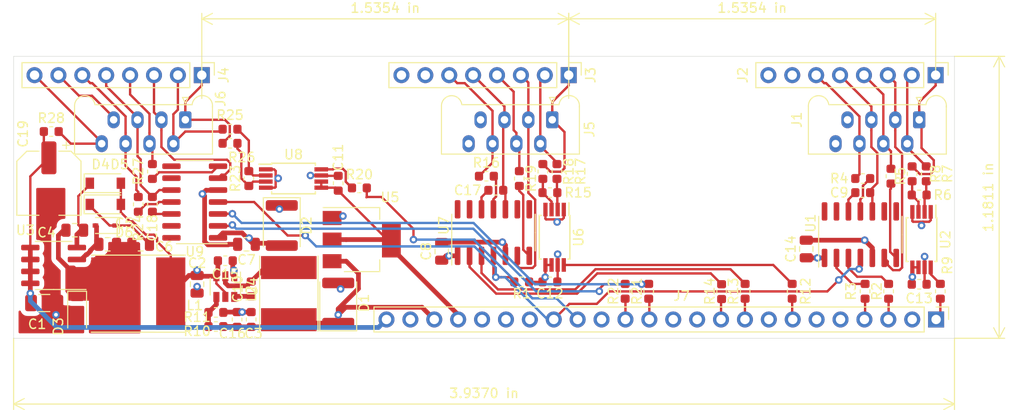
<source format=kicad_pcb>
(kicad_pcb (version 20171130) (host pcbnew "(5.1.2)-2")
  (layers (0 F.Cu signal) (1 In1.Cu signal) (2 In2.Cu signal) (31 B.Cu signal) (34 B.Paste user) (35 F.Paste user) (36 B.SilkS user) (37 F.SilkS user) (38 B.Mask user) (39 F.Mask user) (44 Edge.Cuts user))
  (net 0 "")
  (net 1 "Net-(J1-Pad8)")
  (net 2 "Net-(J1-Pad7)")
  (net 3 "Net-(U1-Pad14)")
  (net 4 "Net-(U1-Pad13)")
  (net 5 "Net-(U1-Pad9)")
  (net 6 "Net-(U1-Pad8)")
  (net 7 GND)
  (net 8 +VDC)
  (net 9 "Net-(C4-Pad2)")
  (net 10 "Net-(C4-Pad1)")
  (net 11 ViperFB)
  (net 12 "Net-(C6-Pad1)")
  (net 13 "Net-(J2-Pad8)")
  (net 14 "Net-(J2-Pad7)")
  (net 15 "Net-(C9-Pad1)")
  (net 16 "Net-(J3-Pad8)")
  (net 17 "Net-(J3-Pad7)")
  (net 18 "Net-(R4-Pad2)")
  (net 19 "Net-(R5-Pad2)")
  (net 20 PGU)
  (net 21 nFAULT)
  (net 22 "Net-(R2-Pad2)")
  (net 23 "Net-(R3-Pad1)")
  (net 24 IU+)
  (net 25 IU-)
  (net 26 LINU)
  (net 27 HINU)
  (net 28 LOU)
  (net 29 "Net-(R6-Pad2)")
  (net 30 "Net-(R6-Pad1)")
  (net 31 +3V3)
  (net 32 +5V)
  (net 33 +15V)
  (net 34 SWU)
  (net 35 HOU)
  (net 36 OPUout)
  (net 37 "Net-(R9-Pad1)")
  (net 38 "Net-(C10-Pad2)")
  (net 39 "Net-(C10-Pad1)")
  (net 40 "Net-(R10-Pad2)")
  (net 41 "Net-(C17-Pad1)")
  (net 42 +BATT)
  (net 43 "Net-(R12-Pad1)")
  (net 44 "Net-(R13-Pad2)")
  (net 45 "Net-(R14-Pad1)")
  (net 46 "Net-(R15-Pad2)")
  (net 47 "Net-(R15-Pad1)")
  (net 48 "Net-(R16-Pad2)")
  (net 49 "Net-(R19-Pad2)")
  (net 50 "Net-(U7-Pad14)")
  (net 51 "Net-(U7-Pad13)")
  (net 52 "Net-(U7-Pad9)")
  (net 53 "Net-(U7-Pad8)")
  (net 54 "Net-(C18-Pad1)")
  (net 55 "Net-(R20-Pad1)")
  (net 56 "Net-(R21-Pad2)")
  (net 57 "Net-(R22-Pad1)")
  (net 58 "Net-(R23-Pad2)")
  (net 59 "Net-(R23-Pad1)")
  (net 60 "Net-(R24-Pad2)")
  (net 61 "Net-(R27-Pad2)")
  (net 62 "Net-(U9-Pad14)")
  (net 63 "Net-(U9-Pad13)")
  (net 64 "Net-(U9-Pad9)")
  (net 65 "Net-(U9-Pad8)")
  (net 66 SWV)
  (net 67 SWW)
  (net 68 HOV)
  (net 69 LOV)
  (net 70 PGV)
  (net 71 IV+)
  (net 72 IV-)
  (net 73 HOW)
  (net 74 LOW)
  (net 75 PGW)
  (net 76 IW+)
  (net 77 IW-)
  (net 78 "Net-(J5-Pad8)")
  (net 79 "Net-(J5-Pad7)")
  (net 80 LINV)
  (net 81 HINV)
  (net 82 LINW)
  (net 83 HINW)
  (net 84 OPVout)
  (net 85 OPWout)
  (net 86 "Net-(J7-Pad19)")
  (net 87 "Net-(J7-Pad18)")
  (net 88 "Net-(J7-Pad12)")
  (net 89 "Net-(J7-Pad11)")
  (net 90 "Net-(J7-Pad6)")
  (net 91 "Net-(J7-Pad5)")
  (module Connector_PinHeader_2.54mm:PinHeader_1x24_P2.54mm_Vertical (layer F.Cu) (at 178.05 88 270)
    (fp_text reference J7 (at -2.5 27.05 180) (layer F.SilkS))
    (fp_text value Conn_01x24_Male)
    (pad 24 thru_hole oval (at 0 58.42 270) (size 1.7 1.7) (drill 1) (layers *.Cu *.Mask) (net 8 +VDC))
    (pad 23 thru_hole oval (at 0 55.88 270) (size 1.7 1.7) (drill 1) (layers *.Cu *.Mask) (net 33 +15V))
    (pad 22 thru_hole oval (at 0 53.34 270) (size 1.7 1.7) (drill 1) (layers *.Cu *.Mask) (net 32 +5V))
    (pad 21 thru_hole oval (at 0 50.8 270) (size 1.7 1.7) (drill 1) (layers *.Cu *.Mask) (net 31 +3V3))
    (pad 20 thru_hole oval (at 0 48.26 270) (size 1.7 1.7) (drill 1) (layers *.Cu *.Mask) (net 7 GND))
    (pad 19 thru_hole oval (at 0 45.72 270) (size 1.7 1.7) (drill 1) (layers *.Cu *.Mask) (net 86 "Net-(J7-Pad19)"))
    (pad 18 thru_hole oval (at 0 43.18 270) (size 1.7 1.7) (drill 1) (layers *.Cu *.Mask) (net 87 "Net-(J7-Pad18)"))
    (pad 17 thru_hole oval (at 0 40.64 270) (size 1.7 1.7) (drill 1) (layers *.Cu *.Mask) (net 21 nFAULT))
    (pad 16 thru_hole oval (at 0 38.1 270) (size 1.7 1.7) (drill 1) (layers *.Cu *.Mask) (net 85 OPWout))
    (pad 15 thru_hole oval (at 0 35.56 270) (size 1.7 1.7) (drill 1) (layers *.Cu *.Mask) (net 7 GND))
    (pad 14 thru_hole oval (at 0 33.02 270) (size 1.7 1.7) (drill 1) (layers *.Cu *.Mask) (net 83 HINW))
    (pad 13 thru_hole oval (at 0 30.48 270) (size 1.7 1.7) (drill 1) (layers *.Cu *.Mask) (net 82 LINW))
    (pad 12 thru_hole oval (at 0 27.94 270) (size 1.7 1.7) (drill 1) (layers *.Cu *.Mask) (net 88 "Net-(J7-Pad12)"))
    (pad 11 thru_hole oval (at 0 25.4 270) (size 1.7 1.7) (drill 1) (layers *.Cu *.Mask) (net 89 "Net-(J7-Pad11)"))
    (pad 10 thru_hole oval (at 0 22.86 270) (size 1.7 1.7) (drill 1) (layers *.Cu *.Mask) (net 81 HINV))
    (pad 9 thru_hole oval (at 0 20.32 270) (size 1.7 1.7) (drill 1) (layers *.Cu *.Mask) (net 80 LINV))
    (pad 8 thru_hole oval (at 0 17.78 270) (size 1.7 1.7) (drill 1) (layers *.Cu *.Mask) (net 7 GND))
    (pad 7 thru_hole oval (at 0 15.24 270) (size 1.7 1.7) (drill 1) (layers *.Cu *.Mask) (net 84 OPVout))
    (pad 6 thru_hole oval (at 0 12.7 270) (size 1.7 1.7) (drill 1) (layers *.Cu *.Mask) (net 90 "Net-(J7-Pad6)"))
    (pad 5 thru_hole oval (at 0 10.16 270) (size 1.7 1.7) (drill 1) (layers *.Cu *.Mask) (net 91 "Net-(J7-Pad5)"))
    (pad 4 thru_hole oval (at 0 7.62 270) (size 1.7 1.7) (drill 1) (layers *.Cu *.Mask) (net 27 HINU))
    (pad 3 thru_hole oval (at 0 5.08 270) (size 1.7 1.7) (drill 1) (layers *.Cu *.Mask) (net 26 LINU))
    (pad 2 thru_hole oval (at 0 2.54 270) (size 1.7 1.7) (drill 1) (layers *.Cu *.Mask) (net 7 GND))
    (pad 1 thru_hole rect (at 0 0 270) (size 1.7 1.7) (drill 1) (layers *.Cu *.Mask) (net 36 OPUout))
  )
  (module Capacitor_SMD:CP_Elec_6.3x7.7 (layer F.Cu) (at 83.75 73.5 270)
    (fp_text reference C19 (at -5.25 2.75 90) (layer F.SilkS))
    (fp_text value CP_Small)
    (pad 2 smd roundrect (at 2.7 0 270) (size 3.5 1.6) (layers F.Cu F.Paste F.Mask) (roundrect_rratio 0.15625) (net 7 GND))
    (pad 1 smd roundrect (at -2.7 0 270) (size 3.5 1.6) (layers F.Cu F.Paste F.Mask) (roundrect_rratio 0.15625) (net 8 +VDC))
  )
  (module Resistor_SMD:R_0603_1608Metric (layer F.Cu) (at 84 68)
    (fp_text reference R28 (at 0 -1.43) (layer F.SilkS))
    (fp_text value R_Small)
    (pad 2 smd roundrect (at 0.7875 0) (size 0.875 0.95) (layers F.Cu F.Paste F.Mask) (net 42 +BATT))
    (pad 1 smd roundrect (at -0.7875 0) (size 0.875 0.95) (layers F.Cu F.Paste F.Mask) (net 8 +VDC))
  )
  (module Connector_Molex:Molex_Picoflex_90325-0008_2x04_P1.27mm_Vertical (layer F.Cu) (at 98.25 66.75 270)
    (fp_text reference J6 (at -2.25 -3.75 90) (layer F.SilkS))
    (fp_text value Conn_01x08_Male)
    (pad "" np_thru_hole circle (at -1.48 10.69 270) (size 1.5 1.5) (drill 1.5) (layers *.Cu *.Mask))
    (pad "" np_thru_hole circle (at -1.48 -1.8 270) (size 1.5 1.5) (drill 1.5) (layers *.Cu *.Mask))
    (pad 8 thru_hole oval (at 2.54 8.89 270) (size 1.8 1.3) (drill 0.8) (layers *.Cu *.Mask) (net 42 +BATT))
    (pad 6 thru_hole oval (at 2.54 6.35 270) (size 1.8 1.3) (drill 0.8) (layers *.Cu *.Mask) (net 73 HOW))
    (pad 4 thru_hole oval (at 2.54 3.81 270) (size 1.8 1.3) (drill 0.8) (layers *.Cu *.Mask) (net 74 LOW))
    (pad 2 thru_hole oval (at 2.54 1.27 270) (size 1.8 1.3) (drill 0.8) (layers *.Cu *.Mask) (net 76 IW+))
    (pad 7 thru_hole oval (at 0 7.62 270) (size 1.8 1.3) (drill 0.8) (layers *.Cu *.Mask) (net 7 GND))
    (pad 5 thru_hole oval (at 0 5.08 270) (size 1.8 1.3) (drill 0.8) (layers *.Cu *.Mask) (net 67 SWW))
    (pad 3 thru_hole oval (at 0 2.54 270) (size 1.8 1.3) (drill 0.8) (layers *.Cu *.Mask) (net 75 PGW))
    (pad 1 thru_hole roundrect (at 0 0 270) (size 1.8 1.3) (drill 0.8) (layers *.Cu *.Mask) (roundrect_rratio 0.192308) (net 77 IW-))
  )
  (module Connector_Molex:Molex_Picoflex_90325-0008_2x04_P1.27mm_Vertical (layer F.Cu) (at 137.25 66.75 270)
    (fp_text reference J5 (at 1.02 -3.96 90) (layer F.SilkS))
    (fp_text value Conn_01x08_Male)
    (pad "" np_thru_hole circle (at -1.48 10.69 270) (size 1.5 1.5) (drill 1.5) (layers *.Cu *.Mask))
    (pad "" np_thru_hole circle (at -1.48 -1.8 270) (size 1.5 1.5) (drill 1.5) (layers *.Cu *.Mask))
    (pad 8 thru_hole oval (at 2.54 8.89 270) (size 1.8 1.3) (drill 0.8) (layers *.Cu *.Mask) (net 78 "Net-(J5-Pad8)"))
    (pad 6 thru_hole oval (at 2.54 6.35 270) (size 1.8 1.3) (drill 0.8) (layers *.Cu *.Mask) (net 68 HOV))
    (pad 4 thru_hole oval (at 2.54 3.81 270) (size 1.8 1.3) (drill 0.8) (layers *.Cu *.Mask) (net 69 LOV))
    (pad 2 thru_hole oval (at 2.54 1.27 270) (size 1.8 1.3) (drill 0.8) (layers *.Cu *.Mask) (net 71 IV+))
    (pad 7 thru_hole oval (at 0 7.62 270) (size 1.8 1.3) (drill 0.8) (layers *.Cu *.Mask) (net 79 "Net-(J5-Pad7)"))
    (pad 5 thru_hole oval (at 0 5.08 270) (size 1.8 1.3) (drill 0.8) (layers *.Cu *.Mask) (net 66 SWV))
    (pad 3 thru_hole oval (at 0 2.54 270) (size 1.8 1.3) (drill 0.8) (layers *.Cu *.Mask) (net 70 PGV))
    (pad 1 thru_hole roundrect (at 0 0 270) (size 1.8 1.3) (drill 0.8) (layers *.Cu *.Mask) (roundrect_rratio 0.192308) (net 72 IV-))
  )
  (module Package_SO:SOIC-14_3.9x8.7mm_P1.27mm (layer F.Cu) (at 99.25 75.5 180)
    (fp_text reference U9 (at 0 -5.28) (layer F.SilkS))
    (fp_text value 2EDL23N06)
    (pad 14 smd roundrect (at 2.475 -3.81 180) (size 1.95 0.6) (layers F.Cu F.Paste F.Mask) (net 62 "Net-(U9-Pad14)"))
    (pad 13 smd roundrect (at 2.475 -2.54 180) (size 1.95 0.6) (layers F.Cu F.Paste F.Mask) (net 63 "Net-(U9-Pad13)"))
    (pad 12 smd roundrect (at 2.475 -1.27 180) (size 1.95 0.6) (layers F.Cu F.Paste F.Mask) (net 54 "Net-(C18-Pad1)"))
    (pad 11 smd roundrect (at 2.475 0 180) (size 1.95 0.6) (layers F.Cu F.Paste F.Mask) (net 60 "Net-(R24-Pad2)"))
    (pad 10 smd roundrect (at 2.475 1.27 180) (size 1.95 0.6) (layers F.Cu F.Paste F.Mask) (net 67 SWW))
    (pad 9 smd roundrect (at 2.475 2.54 180) (size 1.95 0.6) (layers F.Cu F.Paste F.Mask) (net 64 "Net-(U9-Pad9)"))
    (pad 8 smd roundrect (at 2.475 3.81 180) (size 1.95 0.6) (layers F.Cu F.Paste F.Mask) (net 65 "Net-(U9-Pad8)"))
    (pad 7 smd roundrect (at -2.475 3.81 180) (size 1.95 0.6) (layers F.Cu F.Paste F.Mask) (net 61 "Net-(R27-Pad2)"))
    (pad 6 smd roundrect (at -2.475 2.54 180) (size 1.95 0.6) (layers F.Cu F.Paste F.Mask) (net 75 PGW))
    (pad 5 smd roundrect (at -2.475 1.27 180) (size 1.95 0.6) (layers F.Cu F.Paste F.Mask) (net 7 GND))
    (pad 4 smd roundrect (at -2.475 0 180) (size 1.95 0.6) (layers F.Cu F.Paste F.Mask) (net 21 nFAULT))
    (pad 3 smd roundrect (at -2.475 -1.27 180) (size 1.95 0.6) (layers F.Cu F.Paste F.Mask) (net 56 "Net-(R21-Pad2)"))
    (pad 2 smd roundrect (at -2.475 -2.54 180) (size 1.95 0.6) (layers F.Cu F.Paste F.Mask) (net 57 "Net-(R22-Pad1)"))
    (pad 1 smd roundrect (at -2.475 -3.81 180) (size 1.95 0.6) (layers F.Cu F.Paste F.Mask) (net 33 +15V))
  )
  (module Package_SO:TSSOP-8_4.4x3mm_P0.65mm (layer F.Cu) (at 109.75 73)
    (fp_text reference U8 (at 0 -2.55) (layer F.SilkS))
    (fp_text value INA240A2PW)
    (pad 8 smd rect (at 2.95 -0.975) (size 1.45 0.45) (layers F.Cu F.Paste F.Mask) (net 55 "Net-(R20-Pad1)"))
    (pad 7 smd rect (at 2.95 -0.325) (size 1.45 0.45) (layers F.Cu F.Paste F.Mask) (net 7 GND))
    (pad 6 smd rect (at 2.95 0.325) (size 1.45 0.45) (layers F.Cu F.Paste F.Mask) (net 31 +3V3))
    (pad 5 smd rect (at 2.95 0.975) (size 1.45 0.45) (layers F.Cu F.Paste F.Mask) (net 31 +3V3))
    (pad 4 smd rect (at -2.95 0.975) (size 1.45 0.45) (layers F.Cu F.Paste F.Mask) (net 7 GND))
    (pad 3 smd rect (at -2.95 0.325) (size 1.45 0.45) (layers F.Cu F.Paste F.Mask) (net 59 "Net-(R23-Pad1)"))
    (pad 2 smd rect (at -2.95 -0.325) (size 1.45 0.45) (layers F.Cu F.Paste F.Mask) (net 58 "Net-(R23-Pad2)"))
    (pad 1 smd rect (at -2.95 -0.975) (size 1.45 0.45) (layers F.Cu F.Paste F.Mask) (net 7 GND))
  )
  (module Resistor_SMD:R_0603_1608Metric (layer F.Cu) (at 94.75 72.25 270)
    (fp_text reference R27 (at 0 1.5 90) (layer F.SilkS))
    (fp_text value R_Small)
    (pad 2 smd roundrect (at 0.7875 0 270) (size 0.875 0.95) (layers F.Cu F.Paste F.Mask) (net 61 "Net-(R27-Pad2)"))
    (pad 1 smd roundrect (at -0.7875 0 270) (size 0.875 0.95) (layers F.Cu F.Paste F.Mask) (net 74 LOW))
  )
  (module Resistor_SMD:R_0603_1608Metric (layer F.Cu) (at 103 69.25)
    (fp_text reference R26 (at 1.25 1.5) (layer F.SilkS))
    (fp_text value R_Small)
    (pad 2 smd roundrect (at 0.7875 0) (size 0.875 0.95) (layers F.Cu F.Paste F.Mask) (net 59 "Net-(R23-Pad1)"))
    (pad 1 smd roundrect (at -0.7875 0) (size 0.875 0.95) (layers F.Cu F.Paste F.Mask) (net 77 IW-))
  )
  (module Resistor_SMD:R_0603_1608Metric (layer F.Cu) (at 103 67.75 180)
    (fp_text reference R25 (at 0 1.5) (layer F.SilkS))
    (fp_text value R_Small)
    (pad 2 smd roundrect (at 0.7875 0 180) (size 0.875 0.95) (layers F.Cu F.Paste F.Mask) (net 76 IW+))
    (pad 1 smd roundrect (at -0.7875 0 180) (size 0.875 0.95) (layers F.Cu F.Paste F.Mask) (net 58 "Net-(R23-Pad2)"))
  )
  (module Resistor_SMD:R_0603_1608Metric (layer F.Cu) (at 93.25 75.75 270)
    (fp_text reference R24 (at 2.5 0 90) (layer F.SilkS))
    (fp_text value R_Small)
    (pad 2 smd roundrect (at 0.7875 0 270) (size 0.875 0.95) (layers F.Cu F.Paste F.Mask) (net 60 "Net-(R24-Pad2)"))
    (pad 1 smd roundrect (at -0.7875 0 270) (size 0.875 0.95) (layers F.Cu F.Paste F.Mask) (net 73 HOW))
  )
  (module Resistor_SMD:R_0603_1608Metric (layer F.Cu) (at 105 73 90)
    (fp_text reference R23 (at 0 -1.43 90) (layer F.SilkS))
    (fp_text value R_Small)
    (pad 2 smd roundrect (at 0.7875 0 90) (size 0.875 0.95) (layers F.Cu F.Paste F.Mask) (net 58 "Net-(R23-Pad2)"))
    (pad 1 smd roundrect (at -0.7875 0 90) (size 0.875 0.95) (layers F.Cu F.Paste F.Mask) (net 59 "Net-(R23-Pad1)"))
  )
  (module Resistor_SMD:R_0603_1608Metric (layer F.Cu) (at 145 85 270)
    (fp_text reference R22 (at 0 1.25 90) (layer F.SilkS))
    (fp_text value R_Small)
    (pad 2 smd roundrect (at 0.7875 0 270) (size 0.875 0.95) (layers F.Cu F.Paste F.Mask) (net 83 HINW))
    (pad 1 smd roundrect (at -0.7875 0 270) (size 0.875 0.95) (layers F.Cu F.Paste F.Mask) (net 57 "Net-(R22-Pad1)"))
  )
  (module Resistor_SMD:R_0603_1608Metric (layer F.Cu) (at 147.5 85 90)
    (fp_text reference R21 (at 0 -1.25 90) (layer F.SilkS))
    (fp_text value R_Small)
    (pad 2 smd roundrect (at 0.7875 0 90) (size 0.875 0.95) (layers F.Cu F.Paste F.Mask) (net 56 "Net-(R21-Pad2)"))
    (pad 1 smd roundrect (at -0.7875 0 90) (size 0.875 0.95) (layers F.Cu F.Paste F.Mask) (net 82 LINW))
  )
  (module Resistor_SMD:R_0603_1608Metric (layer F.Cu) (at 116.75 74)
    (fp_text reference R20 (at 0 -1.43) (layer F.SilkS))
    (fp_text value R_Small)
    (pad 2 smd roundrect (at 0.7875 0) (size 0.875 0.95) (layers F.Cu F.Paste F.Mask) (net 85 OPWout))
    (pad 1 smd roundrect (at -0.7875 0) (size 0.875 0.95) (layers F.Cu F.Paste F.Mask) (net 55 "Net-(R20-Pad1)"))
  )
  (module Capacitor_SMD:C_0603_1608Metric (layer F.Cu) (at 94.75 75.75 90)
    (fp_text reference C18 (at -2.5 0 90) (layer F.SilkS))
    (fp_text value C_Small)
    (pad 2 smd roundrect (at 0.7875 0 90) (size 0.875 0.95) (layers F.Cu F.Paste F.Mask) (net 67 SWW))
    (pad 1 smd roundrect (at -0.7875 0 90) (size 0.875 0.95) (layers F.Cu F.Paste F.Mask) (net 54 "Net-(C18-Pad1)"))
  )
  (module Package_SO:SOIC-14_3.9x8.7mm_P1.27mm (layer F.Cu) (at 131 78.75 90)
    (fp_text reference U7 (at 0.75 -5.28 90) (layer F.SilkS))
    (fp_text value 2EDL23N06)
    (pad 14 smd roundrect (at 2.475 -3.81 90) (size 1.95 0.6) (layers F.Cu F.Paste F.Mask) (net 50 "Net-(U7-Pad14)"))
    (pad 13 smd roundrect (at 2.475 -2.54 90) (size 1.95 0.6) (layers F.Cu F.Paste F.Mask) (net 51 "Net-(U7-Pad13)"))
    (pad 12 smd roundrect (at 2.475 -1.27 90) (size 1.95 0.6) (layers F.Cu F.Paste F.Mask) (net 41 "Net-(C17-Pad1)"))
    (pad 11 smd roundrect (at 2.475 0 90) (size 1.95 0.6) (layers F.Cu F.Paste F.Mask) (net 48 "Net-(R16-Pad2)"))
    (pad 10 smd roundrect (at 2.475 1.27 90) (size 1.95 0.6) (layers F.Cu F.Paste F.Mask) (net 66 SWV))
    (pad 9 smd roundrect (at 2.475 2.54 90) (size 1.95 0.6) (layers F.Cu F.Paste F.Mask) (net 52 "Net-(U7-Pad9)"))
    (pad 8 smd roundrect (at 2.475 3.81 90) (size 1.95 0.6) (layers F.Cu F.Paste F.Mask) (net 53 "Net-(U7-Pad8)"))
    (pad 7 smd roundrect (at -2.475 3.81 90) (size 1.95 0.6) (layers F.Cu F.Paste F.Mask) (net 49 "Net-(R19-Pad2)"))
    (pad 6 smd roundrect (at -2.475 2.54 90) (size 1.95 0.6) (layers F.Cu F.Paste F.Mask) (net 70 PGV))
    (pad 5 smd roundrect (at -2.475 1.27 90) (size 1.95 0.6) (layers F.Cu F.Paste F.Mask) (net 7 GND))
    (pad 4 smd roundrect (at -2.475 0 90) (size 1.95 0.6) (layers F.Cu F.Paste F.Mask) (net 21 nFAULT))
    (pad 3 smd roundrect (at -2.475 -1.27 90) (size 1.95 0.6) (layers F.Cu F.Paste F.Mask) (net 44 "Net-(R13-Pad2)"))
    (pad 2 smd roundrect (at -2.475 -2.54 90) (size 1.95 0.6) (layers F.Cu F.Paste F.Mask) (net 45 "Net-(R14-Pad1)"))
    (pad 1 smd roundrect (at -2.475 -3.81 90) (size 1.95 0.6) (layers F.Cu F.Paste F.Mask) (net 33 +15V))
  )
  (module Package_SO:TSSOP-8_4.4x3mm_P0.65mm (layer F.Cu) (at 137.5 79.25 270)
    (fp_text reference U6 (at 0 -2.55 90) (layer F.SilkS))
    (fp_text value INA240A2PW)
    (pad 8 smd rect (at 2.95 -0.975 270) (size 1.45 0.45) (layers F.Cu F.Paste F.Mask) (net 43 "Net-(R12-Pad1)"))
    (pad 7 smd rect (at 2.95 -0.325 270) (size 1.45 0.45) (layers F.Cu F.Paste F.Mask) (net 7 GND))
    (pad 6 smd rect (at 2.95 0.325 270) (size 1.45 0.45) (layers F.Cu F.Paste F.Mask) (net 31 +3V3))
    (pad 5 smd rect (at 2.95 0.975 270) (size 1.45 0.45) (layers F.Cu F.Paste F.Mask) (net 31 +3V3))
    (pad 4 smd rect (at -2.95 0.975 270) (size 1.45 0.45) (layers F.Cu F.Paste F.Mask) (net 7 GND))
    (pad 3 smd rect (at -2.95 0.325 270) (size 1.45 0.45) (layers F.Cu F.Paste F.Mask) (net 47 "Net-(R15-Pad1)"))
    (pad 2 smd rect (at -2.95 -0.325 270) (size 1.45 0.45) (layers F.Cu F.Paste F.Mask) (net 46 "Net-(R15-Pad2)"))
    (pad 1 smd rect (at -2.95 -0.975 270) (size 1.45 0.45) (layers F.Cu F.Paste F.Mask) (net 7 GND))
  )
  (module Resistor_SMD:R_0603_1608Metric (layer F.Cu) (at 133.75 73 270)
    (fp_text reference R19 (at 0 -1.25 90) (layer F.SilkS))
    (fp_text value R_Small)
    (pad 2 smd roundrect (at 0.7875 0 270) (size 0.875 0.95) (layers F.Cu F.Paste F.Mask) (net 49 "Net-(R19-Pad2)"))
    (pad 1 smd roundrect (at -0.7875 0 270) (size 0.875 0.95) (layers F.Cu F.Paste F.Mask) (net 69 LOV))
  )
  (module Resistor_SMD:R_0603_1608Metric (layer F.Cu) (at 136.25 72.25 270)
    (fp_text reference R18 (at 0 -2.75 90) (layer F.SilkS))
    (fp_text value R_Small)
    (pad 2 smd roundrect (at 0.7875 0 270) (size 0.875 0.95) (layers F.Cu F.Paste F.Mask) (net 47 "Net-(R15-Pad1)"))
    (pad 1 smd roundrect (at -0.7875 0 270) (size 0.875 0.95) (layers F.Cu F.Paste F.Mask) (net 72 IV-))
  )
  (module Resistor_SMD:R_0603_1608Metric (layer F.Cu) (at 137.75 72.25 90)
    (fp_text reference R17 (at 0 2.5 90) (layer F.SilkS))
    (fp_text value R_Small)
    (pad 2 smd roundrect (at 0.7875 0 90) (size 0.875 0.95) (layers F.Cu F.Paste F.Mask) (net 71 IV+))
    (pad 1 smd roundrect (at -0.7875 0 90) (size 0.875 0.95) (layers F.Cu F.Paste F.Mask) (net 46 "Net-(R15-Pad2)"))
  )
  (module Resistor_SMD:R_0603_1608Metric (layer F.Cu) (at 130.25 72.75)
    (fp_text reference R16 (at 0 -1.43) (layer F.SilkS))
    (fp_text value R_Small)
    (pad 2 smd roundrect (at 0.7875 0) (size 0.875 0.95) (layers F.Cu F.Paste F.Mask) (net 48 "Net-(R16-Pad2)"))
    (pad 1 smd roundrect (at -0.7875 0) (size 0.875 0.95) (layers F.Cu F.Paste F.Mask) (net 68 HOV))
  )
  (module Resistor_SMD:R_0603_1608Metric (layer F.Cu) (at 137 74.5)
    (fp_text reference R15 (at 3 0) (layer F.SilkS))
    (fp_text value R_Small)
    (pad 2 smd roundrect (at 0.7875 0) (size 0.875 0.95) (layers F.Cu F.Paste F.Mask) (net 46 "Net-(R15-Pad2)"))
    (pad 1 smd roundrect (at -0.7875 0) (size 0.875 0.95) (layers F.Cu F.Paste F.Mask) (net 47 "Net-(R15-Pad1)"))
  )
  (module Resistor_SMD:R_0603_1608Metric (layer F.Cu) (at 155.25 85.0375 270)
    (fp_text reference R14 (at -0.0375 1.25 90) (layer F.SilkS))
    (fp_text value R_Small)
    (pad 2 smd roundrect (at 0.7875 0 270) (size 0.875 0.95) (layers F.Cu F.Paste F.Mask) (net 81 HINV))
    (pad 1 smd roundrect (at -0.7875 0 270) (size 0.875 0.95) (layers F.Cu F.Paste F.Mask) (net 45 "Net-(R14-Pad1)"))
  )
  (module Resistor_SMD:R_0603_1608Metric (layer F.Cu) (at 157.75 85 90)
    (fp_text reference R13 (at 0 -1.25 90) (layer F.SilkS))
    (fp_text value R_Small)
    (pad 2 smd roundrect (at 0.7875 0 90) (size 0.875 0.95) (layers F.Cu F.Paste F.Mask) (net 44 "Net-(R13-Pad2)"))
    (pad 1 smd roundrect (at -0.7875 0 90) (size 0.875 0.95) (layers F.Cu F.Paste F.Mask) (net 80 LINV))
  )
  (module Resistor_SMD:R_0603_1608Metric (layer F.Cu) (at 162.75 85 270)
    (fp_text reference R12 (at 0 -1.43 90) (layer F.SilkS))
    (fp_text value R_Small)
    (pad 2 smd roundrect (at 0.7875 0 270) (size 0.875 0.95) (layers F.Cu F.Paste F.Mask) (net 84 OPVout))
    (pad 1 smd roundrect (at -0.7875 0 270) (size 0.875 0.95) (layers F.Cu F.Paste F.Mask) (net 43 "Net-(R12-Pad1)"))
  )
  (module Capacitor_SMD:C_0603_1608Metric (layer F.Cu) (at 131.25 74.25)
    (fp_text reference C17 (at -3 0) (layer F.SilkS))
    (fp_text value C_Small)
    (pad 2 smd roundrect (at 0.7875 0) (size 0.875 0.95) (layers F.Cu F.Paste F.Mask) (net 66 SWV))
    (pad 1 smd roundrect (at -0.7875 0) (size 0.875 0.95) (layers F.Cu F.Paste F.Mask) (net 41 "Net-(C17-Pad1)"))
  )
  (module Capacitor_SMD:C_0603_1608Metric (layer F.Cu) (at 103.75 88 90)
    (fp_text reference C16 (at -1.5 -0.5 180) (layer F.SilkS))
    (fp_text value C_Small)
    (pad 2 smd roundrect (at 0.7875 0 90) (size 0.875 0.95) (layers F.Cu F.Paste F.Mask) (net 7 GND))
    (pad 1 smd roundrect (at -0.7875 0 90) (size 0.875 0.95) (layers F.Cu F.Paste F.Mask) (net 32 +5V))
  )
  (module Capacitor_SMD:C_0603_1608Metric (layer F.Cu) (at 102.5 81.75 180)
    (fp_text reference C15 (at 0 -1.43) (layer F.SilkS))
    (fp_text value C_Small)
    (pad 2 smd roundrect (at 0.7875 0 180) (size 0.875 0.95) (layers F.Cu F.Paste F.Mask) (net 33 +15V))
    (pad 1 smd roundrect (at -0.7875 0 180) (size 0.875 0.95) (layers F.Cu F.Paste F.Mask) (net 7 GND))
  )
  (module Resistor_SMD:R_0603_1608Metric (layer F.Cu) (at 101.5 87.25)
    (fp_text reference R11 (at -2 0.5) (layer F.SilkS))
    (fp_text value R_Small)
    (pad 2 smd roundrect (at 0.7875 0) (size 0.875 0.95) (layers F.Cu F.Paste F.Mask) (net 7 GND))
    (pad 1 smd roundrect (at -0.7875 0) (size 0.875 0.95) (layers F.Cu F.Paste F.Mask) (net 40 "Net-(R10-Pad2)"))
  )
  (module Resistor_SMD:R_0603_1608Metric (layer F.Cu) (at 101.5 88.75 180)
    (fp_text reference R10 (at 2 -0.5) (layer F.SilkS))
    (fp_text value R_Small)
    (pad 2 smd roundrect (at 0.7875 0 180) (size 0.875 0.95) (layers F.Cu F.Paste F.Mask) (net 40 "Net-(R10-Pad2)"))
    (pad 1 smd roundrect (at -0.7875 0 180) (size 0.875 0.95) (layers F.Cu F.Paste F.Mask) (net 32 +5V))
  )
  (module Capacitor_SMD:C_0805_2012Metric (layer F.Cu) (at 164.25 80.5 90)
    (fp_text reference C14 (at 0 -1.65 90) (layer F.SilkS))
    (fp_text value C_Small)
    (pad 2 smd roundrect (at 0.9375 0 90) (size 0.975 1.4) (layers F.Cu F.Paste F.Mask) (net 7 GND))
    (pad 1 smd roundrect (at -0.9375 0 90) (size 0.975 1.4) (layers F.Cu F.Paste F.Mask) (net 33 +15V))
  )
  (module Capacitor_SMD:C_0603_1608Metric (layer F.Cu) (at 176.25 84.25)
    (fp_text reference C13 (at 0 1.5) (layer F.SilkS))
    (fp_text value C_Small)
    (pad 2 smd roundrect (at 0.7875 0) (size 0.875 0.95) (layers F.Cu F.Paste F.Mask) (net 7 GND))
    (pad 1 smd roundrect (at -0.7875 0) (size 0.875 0.95) (layers F.Cu F.Paste F.Mask) (net 31 +3V3))
  )
  (module Capacitor_SMD:C_0603_1608Metric (layer F.Cu) (at 137 84)
    (fp_text reference C12 (at 0 1.25) (layer F.SilkS))
    (fp_text value C_Small)
    (pad 2 smd roundrect (at 0.7875 0) (size 0.875 0.95) (layers F.Cu F.Paste F.Mask) (net 7 GND))
    (pad 1 smd roundrect (at -0.7875 0) (size 0.875 0.95) (layers F.Cu F.Paste F.Mask) (net 31 +3V3))
  )
  (module Capacitor_SMD:C_0603_1608Metric (layer F.Cu) (at 114.5 73.5 90)
    (fp_text reference C11 (at 2.75 0 90) (layer F.SilkS))
    (fp_text value C_Small)
    (pad 2 smd roundrect (at 0.7875 0 90) (size 0.875 0.95) (layers F.Cu F.Paste F.Mask) (net 7 GND))
    (pad 1 smd roundrect (at -0.7875 0 90) (size 0.875 0.95) (layers F.Cu F.Paste F.Mask) (net 31 +3V3))
  )
  (module Capacitor_SMD:C_0603_1608Metric (layer F.Cu) (at 105.25 84.75 90)
    (fp_text reference C10 (at 0 -1.43 90) (layer F.SilkS))
    (fp_text value C_Small)
    (pad 2 smd roundrect (at 0.7875 0 90) (size 0.875 0.95) (layers F.Cu F.Paste F.Mask) (net 38 "Net-(C10-Pad2)"))
    (pad 1 smd roundrect (at -0.7875 0 90) (size 0.875 0.95) (layers F.Cu F.Paste F.Mask) (net 39 "Net-(C10-Pad1)"))
  )
  (module Resistor_SMD:R_0603_1608Metric (layer F.Cu) (at 178.5 85 270)
    (fp_text reference R9 (at -2.75 -0.75 90) (layer F.SilkS))
    (fp_text value R_Small)
    (pad 2 smd roundrect (at 0.7875 0 270) (size 0.875 0.95) (layers F.Cu F.Paste F.Mask) (net 36 OPUout))
    (pad 1 smd roundrect (at -0.7875 0 270) (size 0.875 0.95) (layers F.Cu F.Paste F.Mask) (net 37 "Net-(R9-Pad1)"))
  )
  (module Package_TO_SOT_SMD:SOT-223-3_TabPin2 (layer F.Cu) (at 117 79.5)
    (fp_text reference U5 (at 3 -4.5) (layer F.SilkS))
    (fp_text value LM1117-3.3)
    (pad 1 smd rect (at -3.15 -2.3) (size 2 1.5) (layers F.Cu F.Paste F.Mask) (net 7 GND))
    (pad 3 smd rect (at -3.15 2.3) (size 2 1.5) (layers F.Cu F.Paste F.Mask) (net 32 +5V))
    (pad 2 smd rect (at -3.15 0) (size 2 1.5) (layers F.Cu F.Paste F.Mask) (net 31 +3V3))
    (pad 2 smd rect (at 3.15 0) (size 2 3.8) (layers F.Cu F.Paste F.Mask) (net 31 +3V3))
  )
  (module Resistor_SMD:R_0603_1608Metric (layer F.Cu) (at 175.5 72.5 270)
    (fp_text reference R8 (at 0 -2.5 90) (layer F.SilkS))
    (fp_text value R_Small)
    (pad 2 smd roundrect (at 0.7875 0 270) (size 0.875 0.95) (layers F.Cu F.Paste F.Mask) (net 30 "Net-(R6-Pad1)"))
    (pad 1 smd roundrect (at -0.7875 0 270) (size 0.875 0.95) (layers F.Cu F.Paste F.Mask) (net 25 IU-))
  )
  (module Resistor_SMD:R_0603_1608Metric (layer F.Cu) (at 177 72.5 90)
    (fp_text reference R7 (at 0 2.25 90) (layer F.SilkS))
    (fp_text value R_Small)
    (pad 2 smd roundrect (at 0.7875 0 90) (size 0.875 0.95) (layers F.Cu F.Paste F.Mask) (net 24 IU+))
    (pad 1 smd roundrect (at -0.7875 0 90) (size 0.875 0.95) (layers F.Cu F.Paste F.Mask) (net 29 "Net-(R6-Pad2)"))
  )
  (module Resistor_SMD:R_0603_1608Metric (layer F.Cu) (at 176.25 74.75)
    (fp_text reference R6 (at 2.5 0) (layer F.SilkS))
    (fp_text value R_Small)
    (pad 2 smd roundrect (at 0.7875 0) (size 0.875 0.95) (layers F.Cu F.Paste F.Mask) (net 29 "Net-(R6-Pad2)"))
    (pad 1 smd roundrect (at -0.7875 0) (size 0.875 0.95) (layers F.Cu F.Paste F.Mask) (net 30 "Net-(R6-Pad1)"))
  )
  (module Resistor_SMD:R_0603_1608Metric (layer F.Cu) (at 173.25 72.75 270)
    (fp_text reference R5 (at 0 -1 90) (layer F.SilkS))
    (fp_text value R_Small)
    (pad 2 smd roundrect (at 0.7875 0 270) (size 0.875 0.95) (layers F.Cu F.Paste F.Mask) (net 19 "Net-(R5-Pad2)"))
    (pad 1 smd roundrect (at -0.7875 0 270) (size 0.875 0.95) (layers F.Cu F.Paste F.Mask) (net 28 LOU))
  )
  (module Resistor_SMD:R_0603_1608Metric (layer F.Cu) (at 170.25 73)
    (fp_text reference R4 (at -2.5 0) (layer F.SilkS))
    (fp_text value R_Small)
    (pad 2 smd roundrect (at 0.7875 0) (size 0.875 0.95) (layers F.Cu F.Paste F.Mask) (net 18 "Net-(R4-Pad2)"))
    (pad 1 smd roundrect (at -0.7875 0) (size 0.875 0.95) (layers F.Cu F.Paste F.Mask) (net 35 HOU))
  )
  (module Resistor_SMD:R_0603_1608Metric (layer F.Cu) (at 170.5 85 270)
    (fp_text reference R3 (at 0 1.5 90) (layer F.SilkS))
    (fp_text value R_Small)
    (pad 2 smd roundrect (at 0.7875 0 270) (size 0.875 0.95) (layers F.Cu F.Paste F.Mask) (net 27 HINU))
    (pad 1 smd roundrect (at -0.7875 0 270) (size 0.875 0.95) (layers F.Cu F.Paste F.Mask) (net 23 "Net-(R3-Pad1)"))
  )
  (module Resistor_SMD:R_0603_1608Metric (layer F.Cu) (at 173 85 90)
    (fp_text reference R2 (at 0 -1.25 90) (layer F.SilkS))
    (fp_text value R_Small)
    (pad 2 smd roundrect (at 0.7875 0 90) (size 0.875 0.95) (layers F.Cu F.Paste F.Mask) (net 22 "Net-(R2-Pad2)"))
    (pad 1 smd roundrect (at -0.7875 0 90) (size 0.875 0.95) (layers F.Cu F.Paste F.Mask) (net 26 LINU))
  )
  (module Resistor_SMD:R_0603_1608Metric (layer F.Cu) (at 134 84)
    (fp_text reference R1 (at 0 1.25) (layer F.SilkS))
    (fp_text value R_Small)
    (pad 2 smd roundrect (at 0.7875 0) (size 0.875 0.95) (layers F.Cu F.Paste F.Mask) (net 31 +3V3))
    (pad 1 smd roundrect (at -0.7875 0) (size 0.875 0.95) (layers F.Cu F.Paste F.Mask) (net 21 nFAULT))
  )
  (module Connector_PinHeader_2.54mm:PinHeader_1x08_P2.54mm_Vertical (layer F.Cu) (at 100 62 270)
    (fp_text reference J4 (at 0 -2.33 90) (layer F.SilkS))
    (fp_text value Conn_01x08_Male)
    (pad 8 thru_hole oval (at 0 17.78 270) (size 1.7 1.7) (drill 1) (layers *.Cu *.Mask) (net 42 +BATT))
    (pad 7 thru_hole oval (at 0 15.24 270) (size 1.7 1.7) (drill 1) (layers *.Cu *.Mask) (net 7 GND))
    (pad 6 thru_hole oval (at 0 12.7 270) (size 1.7 1.7) (drill 1) (layers *.Cu *.Mask) (net 73 HOW))
    (pad 5 thru_hole oval (at 0 10.16 270) (size 1.7 1.7) (drill 1) (layers *.Cu *.Mask) (net 67 SWW))
    (pad 4 thru_hole oval (at 0 7.62 270) (size 1.7 1.7) (drill 1) (layers *.Cu *.Mask) (net 74 LOW))
    (pad 3 thru_hole oval (at 0 5.08 270) (size 1.7 1.7) (drill 1) (layers *.Cu *.Mask) (net 75 PGW))
    (pad 2 thru_hole oval (at 0 2.54 270) (size 1.7 1.7) (drill 1) (layers *.Cu *.Mask) (net 76 IW+))
    (pad 1 thru_hole rect (at 0 0 270) (size 1.7 1.7) (drill 1) (layers *.Cu *.Mask) (net 77 IW-))
  )
  (module Connector_PinHeader_2.54mm:PinHeader_1x08_P2.54mm_Vertical (layer F.Cu) (at 139 62 270)
    (fp_text reference J3 (at 0 -2.33 90) (layer F.SilkS))
    (fp_text value Conn_01x08_Male)
    (pad 8 thru_hole oval (at 0 17.78 270) (size 1.7 1.7) (drill 1) (layers *.Cu *.Mask) (net 16 "Net-(J3-Pad8)"))
    (pad 7 thru_hole oval (at 0 15.24 270) (size 1.7 1.7) (drill 1) (layers *.Cu *.Mask) (net 17 "Net-(J3-Pad7)"))
    (pad 6 thru_hole oval (at 0 12.7 270) (size 1.7 1.7) (drill 1) (layers *.Cu *.Mask) (net 68 HOV))
    (pad 5 thru_hole oval (at 0 10.16 270) (size 1.7 1.7) (drill 1) (layers *.Cu *.Mask) (net 66 SWV))
    (pad 4 thru_hole oval (at 0 7.62 270) (size 1.7 1.7) (drill 1) (layers *.Cu *.Mask) (net 69 LOV))
    (pad 3 thru_hole oval (at 0 5.08 270) (size 1.7 1.7) (drill 1) (layers *.Cu *.Mask) (net 70 PGV))
    (pad 2 thru_hole oval (at 0 2.54 270) (size 1.7 1.7) (drill 1) (layers *.Cu *.Mask) (net 71 IV+))
    (pad 1 thru_hole rect (at 0 0 270) (size 1.7 1.7) (drill 1) (layers *.Cu *.Mask) (net 72 IV-))
  )
  (module Capacitor_SMD:C_0603_1608Metric (layer F.Cu) (at 170.25 74.5)
    (fp_text reference C9 (at -2.5 0) (layer F.SilkS))
    (fp_text value C_Small)
    (pad 2 smd roundrect (at 0.7875 0) (size 0.875 0.95) (layers F.Cu F.Paste F.Mask) (net 34 SWU))
    (pad 1 smd roundrect (at -0.7875 0) (size 0.875 0.95) (layers F.Cu F.Paste F.Mask) (net 15 "Net-(C9-Pad1)"))
  )
  (module Connector_PinHeader_2.54mm:PinHeader_1x08_P2.54mm_Vertical (layer F.Cu) (at 178 62 270)
    (fp_text reference J2 (at 0 20.5 90) (layer F.SilkS))
    (fp_text value Conn_01x08_Male)
    (pad 8 thru_hole oval (at 0 17.78 270) (size 1.7 1.7) (drill 1) (layers *.Cu *.Mask) (net 13 "Net-(J2-Pad8)"))
    (pad 7 thru_hole oval (at 0 15.24 270) (size 1.7 1.7) (drill 1) (layers *.Cu *.Mask) (net 14 "Net-(J2-Pad7)"))
    (pad 6 thru_hole oval (at 0 12.7 270) (size 1.7 1.7) (drill 1) (layers *.Cu *.Mask) (net 35 HOU))
    (pad 5 thru_hole oval (at 0 10.16 270) (size 1.7 1.7) (drill 1) (layers *.Cu *.Mask) (net 34 SWU))
    (pad 4 thru_hole oval (at 0 7.62 270) (size 1.7 1.7) (drill 1) (layers *.Cu *.Mask) (net 28 LOU))
    (pad 3 thru_hole oval (at 0 5.08 270) (size 1.7 1.7) (drill 1) (layers *.Cu *.Mask) (net 20 PGU))
    (pad 2 thru_hole oval (at 0 2.54 270) (size 1.7 1.7) (drill 1) (layers *.Cu *.Mask) (net 24 IU+))
    (pad 1 thru_hole rect (at 0 0 270) (size 1.7 1.7) (drill 1) (layers *.Cu *.Mask) (net 25 IU-))
  )
  (module Capacitor_SMD:C_0805_2012Metric (layer F.Cu) (at 125.5 80.75 90)
    (fp_text reference C8 (at 0 -1.65 90) (layer F.SilkS))
    (fp_text value C_Small)
    (pad 2 smd roundrect (at 0.9375 0 90) (size 0.975 1.4) (layers F.Cu F.Paste F.Mask) (net 7 GND))
    (pad 1 smd roundrect (at -0.9375 0 90) (size 0.975 1.4) (layers F.Cu F.Paste F.Mask) (net 33 +15V))
  )
  (module Capacitor_SMD:C_0805_2012Metric (layer F.Cu) (at 104.75 80 180)
    (fp_text reference C7 (at 0 -1.65) (layer F.SilkS))
    (fp_text value C_Small)
    (pad 2 smd roundrect (at 0.9375 0 180) (size 0.975 1.4) (layers F.Cu F.Paste F.Mask) (net 7 GND))
    (pad 1 smd roundrect (at -0.9375 0 180) (size 0.975 1.4) (layers F.Cu F.Paste F.Mask) (net 33 +15V))
  )
  (module Diode_SMD:D_SOD-323 (layer F.Cu) (at 89.75 78 180)
    (fp_text reference D6 (at -2 -0.75) (layer F.SilkS))
    (fp_text value D_Zener_Small)
    (pad 2 smd rect (at 1.05 0 180) (size 0.6 0.45) (layers F.Cu F.Paste F.Mask) (net 11 ViperFB))
    (pad 1 smd rect (at -1.05 0 180) (size 0.6 0.45) (layers F.Cu F.Paste F.Mask) (net 12 "Net-(C6-Pad1)"))
  )
  (module Diode_SMD:D_SOD-123 (layer F.Cu) (at 89.75 75.75)
    (fp_text reference D5 (at 1.5 -4.25) (layer F.SilkS))
    (fp_text value D_Small)
    (pad 2 smd rect (at 1.65 0) (size 0.9 1.2) (layers F.Cu F.Paste F.Mask) (net 33 +15V))
    (pad 1 smd rect (at -1.65 0) (size 0.9 1.2) (layers F.Cu F.Paste F.Mask) (net 12 "Net-(C6-Pad1)"))
  )
  (module Diode_SMD:D_SOD-123 (layer F.Cu) (at 89.75 73.5)
    (fp_text reference D4 (at -0.5 -2) (layer F.SilkS))
    (fp_text value D_Small)
    (pad 2 smd rect (at 1.65 0) (size 0.9 1.2) (layers F.Cu F.Paste F.Mask) (net 33 +15V))
    (pad 1 smd rect (at -1.65 0) (size 0.9 1.2) (layers F.Cu F.Paste F.Mask) (net 10 "Net-(C4-Pad1)"))
  )
  (module Diode_SMD:D_SOD-123 (layer F.Cu) (at 86.75 87.25 270)
    (fp_text reference D3 (at 1.5 2 90) (layer F.SilkS))
    (fp_text value D_Small)
    (pad 2 smd rect (at 1.65 0 270) (size 0.9 1.2) (layers F.Cu F.Paste F.Mask) (net 7 GND))
    (pad 1 smd rect (at -1.65 0 270) (size 0.9 1.2) (layers F.Cu F.Paste F.Mask) (net 9 "Net-(C4-Pad2)"))
  )
  (module Capacitor_SMD:C_0805_2012Metric (layer F.Cu) (at 93.5 80 180)
    (fp_text reference C6 (at -2.5 -0.25) (layer F.SilkS))
    (fp_text value C_Small)
    (pad 2 smd roundrect (at 0.9375 0 180) (size 0.975 1.4) (layers F.Cu F.Paste F.Mask) (net 9 "Net-(C4-Pad2)"))
    (pad 1 smd roundrect (at -0.9375 0 180) (size 0.975 1.4) (layers F.Cu F.Paste F.Mask) (net 12 "Net-(C6-Pad1)"))
  )
  (module Capacitor_SMD:C_0805_2012Metric (layer F.Cu) (at 90 80)
    (fp_text reference C5 (at 1.75 -2.25) (layer F.SilkS))
    (fp_text value C_Small)
    (pad 2 smd roundrect (at 0.9375 0) (size 0.975 1.4) (layers F.Cu F.Paste F.Mask) (net 9 "Net-(C4-Pad2)"))
    (pad 1 smd roundrect (at -0.9375 0) (size 0.975 1.4) (layers F.Cu F.Paste F.Mask) (net 11 ViperFB))
  )
  (module Capacitor_SMD:C_0805_2012Metric (layer F.Cu) (at 86.5 78.5 180)
    (fp_text reference C4 (at 3 -0.25) (layer F.SilkS))
    (fp_text value C_Small)
    (pad 2 smd roundrect (at 0.9375 0 180) (size 0.975 1.4) (layers F.Cu F.Paste F.Mask) (net 9 "Net-(C4-Pad2)"))
    (pad 1 smd roundrect (at -0.9375 0 180) (size 0.975 1.4) (layers F.Cu F.Paste F.Mask) (net 10 "Net-(C4-Pad1)"))
  )
  (module Capacitor_SMD:C_0603_1608Metric (layer F.Cu) (at 105.25 88 90)
    (fp_text reference C3 (at -1.5 0.25 180) (layer F.SilkS))
    (fp_text value C_Small)
    (pad 2 smd roundrect (at 0.7875 0 90) (size 0.875 0.95) (layers F.Cu F.Paste F.Mask) (net 7 GND))
    (pad 1 smd roundrect (at -0.7875 0 90) (size 0.875 0.95) (layers F.Cu F.Paste F.Mask) (net 32 +5V))
  )
  (module Capacitor_SMD:C_0805_2012Metric (layer F.Cu) (at 99.5 84.25 270)
    (fp_text reference C2 (at -2.25 0 180) (layer F.SilkS))
    (fp_text value C_Small)
    (pad 2 smd roundrect (at 0.9375 0 270) (size 0.975 1.4) (layers F.Cu F.Paste F.Mask) (net 7 GND))
    (pad 1 smd roundrect (at -0.9375 0 270) (size 0.975 1.4) (layers F.Cu F.Paste F.Mask) (net 33 +15V))
  )
  (module Capacitor_SMD:C_1206_3216Metric (layer F.Cu) (at 83.25 86.25)
    (fp_text reference C1 (at -0.75 2.25) (layer F.SilkS))
    (fp_text value C_Small)
    (pad 2 smd roundrect (at 1.4 0) (size 1.25 1.75) (layers F.Cu F.Paste F.Mask) (roundrect_rratio 0.2) (net 7 GND))
    (pad 1 smd roundrect (at -1.4 0) (size 1.25 1.75) (layers F.Cu F.Paste F.Mask) (roundrect_rratio 0.2) (net 8 +VDC))
  )
  (module Diode_SMD:D_1812_4532Metric (layer F.Cu) (at 108.5 78 270)
    (fp_text reference D2 (at 0 -2.65 90) (layer F.SilkS))
    (fp_text value D_TVS)
    (pad 2 smd roundrect (at 2.1375 0 270) (size 1.125 3.4) (layers F.Cu F.Paste F.Mask) (roundrect_rratio 0.222222) (net 33 +15V))
    (pad 1 smd roundrect (at -2.1375 0 270) (size 1.125 3.4) (layers F.Cu F.Paste F.Mask) (roundrect_rratio 0.222222) (net 7 GND))
  )
  (module Package_SO:SOIC-14_3.9x8.7mm_P1.27mm (layer F.Cu) (at 170 78.975 90)
    (fp_text reference U1 (at 1.225 -5.28 90) (layer F.SilkS))
    (fp_text value 2EDL23N06)
    (pad 14 smd roundrect (at 2.475 -3.81 90) (size 1.95 0.6) (layers F.Cu F.Paste F.Mask) (net 3 "Net-(U1-Pad14)"))
    (pad 13 smd roundrect (at 2.475 -2.54 90) (size 1.95 0.6) (layers F.Cu F.Paste F.Mask) (net 4 "Net-(U1-Pad13)"))
    (pad 12 smd roundrect (at 2.475 -1.27 90) (size 1.95 0.6) (layers F.Cu F.Paste F.Mask) (net 15 "Net-(C9-Pad1)"))
    (pad 11 smd roundrect (at 2.475 0 90) (size 1.95 0.6) (layers F.Cu F.Paste F.Mask) (net 18 "Net-(R4-Pad2)"))
    (pad 10 smd roundrect (at 2.475 1.27 90) (size 1.95 0.6) (layers F.Cu F.Paste F.Mask) (net 34 SWU))
    (pad 9 smd roundrect (at 2.475 2.54 90) (size 1.95 0.6) (layers F.Cu F.Paste F.Mask) (net 5 "Net-(U1-Pad9)"))
    (pad 8 smd roundrect (at 2.475 3.81 90) (size 1.95 0.6) (layers F.Cu F.Paste F.Mask) (net 6 "Net-(U1-Pad8)"))
    (pad 7 smd roundrect (at -2.475 3.81 90) (size 1.95 0.6) (layers F.Cu F.Paste F.Mask) (net 19 "Net-(R5-Pad2)"))
    (pad 6 smd roundrect (at -2.475 2.54 90) (size 1.95 0.6) (layers F.Cu F.Paste F.Mask) (net 20 PGU))
    (pad 5 smd roundrect (at -2.475 1.27 90) (size 1.95 0.6) (layers F.Cu F.Paste F.Mask) (net 7 GND))
    (pad 4 smd roundrect (at -2.475 0 90) (size 1.95 0.6) (layers F.Cu F.Paste F.Mask) (net 21 nFAULT))
    (pad 3 smd roundrect (at -2.475 -1.27 90) (size 1.95 0.6) (layers F.Cu F.Paste F.Mask) (net 22 "Net-(R2-Pad2)"))
    (pad 2 smd roundrect (at -2.475 -2.54 90) (size 1.95 0.6) (layers F.Cu F.Paste F.Mask) (net 23 "Net-(R3-Pad1)"))
    (pad 1 smd roundrect (at -2.475 -3.81 90) (size 1.95 0.6) (layers F.Cu F.Paste F.Mask) (net 33 +15V))
  )
  (module Package_TO_SOT_SMD:SOT-23-6 (layer F.Cu) (at 102.5 84.5 270)
    (fp_text reference U4 (at 0 -2.9 90) (layer F.SilkS))
    (fp_text value TPS563200)
    (pad 5 smd rect (at 1.1 0 270) (size 1.06 0.65) (layers F.Cu F.Paste F.Mask) (net 33 +15V))
    (pad 6 smd rect (at 1.1 -0.95 270) (size 1.06 0.65) (layers F.Cu F.Paste F.Mask) (net 39 "Net-(C10-Pad1)"))
    (pad 4 smd rect (at 1.1 0.95 270) (size 1.06 0.65) (layers F.Cu F.Paste F.Mask) (net 40 "Net-(R10-Pad2)"))
    (pad 3 smd rect (at -1.1 0.95 270) (size 1.06 0.65) (layers F.Cu F.Paste F.Mask) (net 33 +15V))
    (pad 2 smd rect (at -1.1 0 270) (size 1.06 0.65) (layers F.Cu F.Paste F.Mask) (net 38 "Net-(C10-Pad2)"))
    (pad 1 smd rect (at -1.1 -0.95 270) (size 1.06 0.65) (layers F.Cu F.Paste F.Mask) (net 7 GND))
  )
  (module Package_SO:SOIC-8_3.9x4.9mm_P1.27mm (layer F.Cu) (at 84.25 82.25 180)
    (fp_text reference U3 (at 3 3.75) (layer F.SilkS))
    (fp_text value VIPer22AS)
    (pad 8 smd roundrect (at 2.475 -1.905 180) (size 1.95 0.6) (layers F.Cu F.Paste F.Mask) (net 8 +VDC))
    (pad 7 smd roundrect (at 2.475 -0.635 180) (size 1.95 0.6) (layers F.Cu F.Paste F.Mask) (net 8 +VDC))
    (pad 6 smd roundrect (at 2.475 0.635 180) (size 1.95 0.6) (layers F.Cu F.Paste F.Mask) (net 8 +VDC))
    (pad 5 smd roundrect (at 2.475 1.905 180) (size 1.95 0.6) (layers F.Cu F.Paste F.Mask) (net 8 +VDC))
    (pad 4 smd roundrect (at -2.475 1.905 180) (size 1.95 0.6) (layers F.Cu F.Paste F.Mask) (net 10 "Net-(C4-Pad1)"))
    (pad 3 smd roundrect (at -2.475 0.635 180) (size 1.95 0.6) (layers F.Cu F.Paste F.Mask) (net 11 ViperFB))
    (pad 2 smd roundrect (at -2.475 -0.635 180) (size 1.95 0.6) (layers F.Cu F.Paste F.Mask) (net 9 "Net-(C4-Pad2)"))
    (pad 1 smd roundrect (at -2.475 -1.905 180) (size 1.95 0.6) (layers F.Cu F.Paste F.Mask) (net 9 "Net-(C4-Pad2)"))
  )
  (module Package_SO:TSSOP-8_4.4x3mm_P0.65mm (layer F.Cu) (at 176.5 79.5 270)
    (fp_text reference U2 (at 0 -2.55 90) (layer F.SilkS))
    (fp_text value INA240A2PW)
    (pad 8 smd rect (at 2.95 -0.975 270) (size 1.45 0.45) (layers F.Cu F.Paste F.Mask) (net 37 "Net-(R9-Pad1)"))
    (pad 7 smd rect (at 2.95 -0.325 270) (size 1.45 0.45) (layers F.Cu F.Paste F.Mask) (net 7 GND))
    (pad 6 smd rect (at 2.95 0.325 270) (size 1.45 0.45) (layers F.Cu F.Paste F.Mask) (net 31 +3V3))
    (pad 5 smd rect (at 2.95 0.975 270) (size 1.45 0.45) (layers F.Cu F.Paste F.Mask) (net 31 +3V3))
    (pad 4 smd rect (at -2.95 0.975 270) (size 1.45 0.45) (layers F.Cu F.Paste F.Mask) (net 7 GND))
    (pad 3 smd rect (at -2.95 0.325 270) (size 1.45 0.45) (layers F.Cu F.Paste F.Mask) (net 30 "Net-(R6-Pad1)"))
    (pad 2 smd rect (at -2.95 -0.325 270) (size 1.45 0.45) (layers F.Cu F.Paste F.Mask) (net 29 "Net-(R6-Pad2)"))
    (pad 1 smd rect (at -2.95 -0.975 270) (size 1.45 0.45) (layers F.Cu F.Paste F.Mask) (net 7 GND))
  )
  (module Inductor_SMD:L_Taiyo-Yuden_NR-60xx_HandSoldering (layer F.Cu) (at 109.25 85.25 90)
    (fp_text reference L2 (at 0 -4 90) (layer F.SilkS))
    (fp_text value L_Small)
    (pad 2 smd rect (at 2.775 0 90) (size 2.45 5.9) (layers F.Cu F.Paste F.Mask) (net 38 "Net-(C10-Pad2)"))
    (pad 1 smd rect (at -2.775 0 90) (size 2.45 5.9) (layers F.Cu F.Paste F.Mask) (net 32 +5V))
  )
  (module Inductor_SMD:L_Taiyo-Yuden_NR-80xx_HandSoldering (layer F.Cu) (at 93.25 85.25 180)
    (fp_text reference L1 (at -6 -1.25) (layer F.SilkS))
    (fp_text value L_Small)
    (pad 2 smd rect (at 3.45 0 180) (size 3.1 7.7) (layers F.Cu F.Paste F.Mask) (net 9 "Net-(C4-Pad2)"))
    (pad 1 smd rect (at -3.45 0 180) (size 3.1 7.7) (layers F.Cu F.Paste F.Mask) (net 33 +15V))
  )
  (module Connector_Molex:Molex_Picoflex_90325-0008_2x04_P1.27mm_Vertical (layer F.Cu) (at 176.25 66.75 270)
    (fp_text reference J1 (at 0 13 90) (layer F.SilkS))
    (fp_text value Conn_01x08_Male)
    (pad "" np_thru_hole circle (at -1.48 10.69 270) (size 1.5 1.5) (drill 1.5) (layers *.Cu *.Mask))
    (pad "" np_thru_hole circle (at -1.48 -1.8 270) (size 1.5 1.5) (drill 1.5) (layers *.Cu *.Mask))
    (pad 8 thru_hole oval (at 2.54 8.89 270) (size 1.8 1.3) (drill 0.8) (layers *.Cu *.Mask) (net 1 "Net-(J1-Pad8)"))
    (pad 6 thru_hole oval (at 2.54 6.35 270) (size 1.8 1.3) (drill 0.8) (layers *.Cu *.Mask) (net 35 HOU))
    (pad 4 thru_hole oval (at 2.54 3.81 270) (size 1.8 1.3) (drill 0.8) (layers *.Cu *.Mask) (net 28 LOU))
    (pad 2 thru_hole oval (at 2.54 1.27 270) (size 1.8 1.3) (drill 0.8) (layers *.Cu *.Mask) (net 24 IU+))
    (pad 7 thru_hole oval (at 0 7.62 270) (size 1.8 1.3) (drill 0.8) (layers *.Cu *.Mask) (net 2 "Net-(J1-Pad7)"))
    (pad 5 thru_hole oval (at 0 5.08 270) (size 1.8 1.3) (drill 0.8) (layers *.Cu *.Mask) (net 34 SWU))
    (pad 3 thru_hole oval (at 0 2.54 270) (size 1.8 1.3) (drill 0.8) (layers *.Cu *.Mask) (net 20 PGU))
    (pad 1 thru_hole roundrect (at 0 0 270) (size 1.8 1.3) (drill 0.8) (layers *.Cu *.Mask) (roundrect_rratio 0.192308) (net 25 IU-))
  )
  (module Diode_SMD:D_1812_4532Metric (layer F.Cu) (at 114.5 86.25 90)
    (fp_text reference D1 (at 0 2.75 90) (layer F.SilkS))
    (fp_text value D_TVS)
    (pad 2 smd roundrect (at 2.1375 0 90) (size 1.125 3.4) (layers F.Cu F.Paste F.Mask) (roundrect_rratio 0.222222) (net 7 GND))
    (pad 1 smd roundrect (at -2.1375 0 90) (size 1.125 3.4) (layers F.Cu F.Paste F.Mask) (roundrect_rratio 0.222222) (net 32 +5V))
  )
  (dimension 39 (width 0.12) (layer F.SilkS) (gr_text "39.000 mm" (at 158.5 54.73) (layer F.SilkS) (effects (font (size 1 1) (thickness 0.15)))) (feature1 (pts (xy 178 62) (xy 178 55.413579))) (feature2 (pts (xy 139 62) (xy 139 55.413579))) (crossbar (pts (xy 139 56) (xy 178 56))) (arrow1a (pts (xy 178 56) (xy 176.873496 56.586421))) (arrow1b (pts (xy 178 56) (xy 176.873496 55.413579))) (arrow2a (pts (xy 139 56) (xy 140.126504 56.586421))) (arrow2b (pts (xy 139 56) (xy 140.126504 55.413579))))
  (dimension 39 (width 0.12) (layer F.SilkS) (gr_text "39.000 mm" (at 119.498698 54.73869) (layer F.SilkS) (effects (font (size 1 1) (thickness 0.15)))) (feature1 (pts (xy 99.998698 65.00869) (xy 99.998698 55.422269))) (feature2 (pts (xy 138.998698 65.00869) (xy 138.998698 55.422269))) (crossbar (pts (xy 138.998698 56.00869) (xy 99.998698 56.00869))) (arrow1a (pts (xy 99.998698 56.00869) (xy 101.125202 55.422269))) (arrow1b (pts (xy 99.998698 56.00869) (xy 101.125202 56.595111))) (arrow2a (pts (xy 138.998698 56.00869) (xy 137.872194 55.422269))) (arrow2b (pts (xy 138.998698 56.00869) (xy 137.872194 56.595111))))
  (dimension 100 (width 0.12) (layer F.SilkS) (gr_text "100.000 mm" (at 130 98.27) (layer F.SilkS) (effects (font (size 1 1) (thickness 0.15)))) (feature1 (pts (xy 80 90) (xy 80 97.586421))) (feature2 (pts (xy 180 90) (xy 180 97.586421))) (crossbar (pts (xy 180 97) (xy 80 97))) (arrow1a (pts (xy 80 97) (xy 81.126504 96.413579))) (arrow1b (pts (xy 80 97) (xy 81.126504 97.586421))) (arrow2a (pts (xy 180 97) (xy 178.873496 96.413579))) (arrow2b (pts (xy 180 97) (xy 178.873496 97.586421))))
  (dimension 30 (width 0.12) (layer F.SilkS) (gr_text "30.000 mm" (at 186.019999 75 90) (layer F.SilkS) (effects (font (size 1 1) (thickness 0.15)))) (feature1 (pts (xy 180 60) (xy 185.33642 60))) (feature2 (pts (xy 180 90) (xy 185.33642 90))) (crossbar (pts (xy 184.749999 90) (xy 184.749999 60))) (arrow1a (pts (xy 184.749999 60) (xy 185.33642 61.126504))) (arrow1b (pts (xy 184.749999 60) (xy 184.163578 61.126504))) (arrow2a (pts (xy 184.749999 90) (xy 185.33642 88.873496))) (arrow2b (pts (xy 184.749999 90) (xy 184.163578 88.873496))))
  (gr_line (start 180 60) (end 180 90) (layer Edge.Cuts) (width 0.05))
  (gr_line (start 80 60) (end 180 60) (layer Edge.Cuts) (width 0.05))
  (gr_line (start 80 90) (end 80 60) (layer Edge.Cuts) (width 0.05))
  (gr_line (start 180 90) (end 80 90) (layer Edge.Cuts) (width 0.05))
  (via (at 84.5 87.5) (size 0.8) (drill 0.4) (layers F.Cu B.Cu) (net 7))
  (segment (start 84.5 86.4) (end 84.65 86.25) (width 0.5) (layer F.Cu) (net 7))
  (segment (start 84.5 87.5) (end 84.5 86.4) (width 0.5) (layer F.Cu) (net 7))
  (segment (start 175.525 77.525) (end 175.525 76.55) (width 0.25) (layer F.Cu) (net 7))
  (segment (start 175.600001 77.600001) (end 175.525 77.525) (width 0.25) (layer F.Cu) (net 7))
  (segment (start 177.475 77.435002) (end 177.310001 77.600001) (width 0.25) (layer F.Cu) (net 7))
  (segment (start 177.475 76.55) (end 177.475 77.435002) (width 0.25) (layer F.Cu) (net 7))
  (segment (start 103.2875 83.2375) (end 103.45 83.4) (width 0.5) (layer F.Cu) (net 7))
  (segment (start 103.2875 81.75) (end 103.2875 83.2375) (width 0.5) (layer F.Cu) (net 7))
  (segment (start 102.325 87.2125) (end 102.2875 87.25) (width 0.5) (layer F.Cu) (net 7))
  (segment (start 103.75 87.2125) (end 102.325 87.2125) (width 0.5) (layer F.Cu) (net 7))
  (via (at 104.2875 87.2125) (size 0.8) (drill 0.4) (layers F.Cu B.Cu) (net 7))
  (segment (start 103.75 87.2125) (end 104.2875 87.2125) (width 0.5) (layer F.Cu) (net 7))
  (segment (start 105.25 87.2125) (end 104.2875 87.2125) (width 0.5) (layer F.Cu) (net 7))
  (via (at 103.415678 82.764636) (size 0.8) (drill 0.4) (layers F.Cu B.Cu) (net 7))
  (segment (start 103.45 83.4) (end 103.45 82.798958) (width 0.5) (layer F.Cu) (net 7))
  (segment (start 103.45 82.798958) (end 103.415678 82.764636) (width 0.5) (layer F.Cu) (net 7))
  (segment (start 171.27 80.375) (end 171.27 81.45) (width 0.5) (layer F.Cu) (net 7))
  (segment (start 170.4575 79.5625) (end 171.27 80.375) (width 0.5) (layer F.Cu) (net 7))
  (segment (start 164.25 79.5625) (end 170.4575 79.5625) (width 0.5) (layer F.Cu) (net 7))
  (segment (start 90.63 66.5) (end 90.63 66.75) (width 0.25) (layer F.Cu) (net 7))
  (segment (start 88.324999 64.194999) (end 90.63 66.5) (width 0.25) (layer F.Cu) (net 7))
  (segment (start 86.954999 64.194999) (end 88.324999 64.194999) (width 0.25) (layer F.Cu) (net 7))
  (segment (start 84.76 62) (end 86.954999 64.194999) (width 0.25) (layer F.Cu) (net 7))
  (segment (start 112.7375 72.7125) (end 112.7 72.675) (width 0.25) (layer F.Cu) (net 7))
  (segment (start 114.5 72.7125) (end 112.7375 72.7125) (width 0.25) (layer F.Cu) (net 7))
  (segment (start 176.825 84.0375) (end 177.0375 84.25) (width 0.25) (layer F.Cu) (net 7))
  (segment (start 176.825 82.45) (end 176.825 84.0375) (width 0.25) (layer F.Cu) (net 7))
  (segment (start 107.775 73.975) (end 106.8 73.975) (width 0.25) (layer F.Cu) (net 7))
  (segment (start 107.850001 73.899999) (end 107.775 73.975) (width 0.25) (layer F.Cu) (net 7))
  (segment (start 107.685002 72.025) (end 107.850001 72.189999) (width 0.25) (layer F.Cu) (net 7))
  (segment (start 106.8 72.025) (end 107.685002 72.025) (width 0.25) (layer F.Cu) (net 7))
  (segment (start 136.525 77.275) (end 136.525 76.3) (width 0.25) (layer F.Cu) (net 7))
  (segment (start 136.600001 77.350001) (end 136.525 77.275) (width 0.25) (layer F.Cu) (net 7))
  (segment (start 138.475 77.185002) (end 138.310001 77.350001) (width 0.25) (layer F.Cu) (net 7))
  (segment (start 138.475 76.3) (end 138.475 77.185002) (width 0.25) (layer F.Cu) (net 7))
  (segment (start 137.825 83.9625) (end 137.7875 84) (width 0.25) (layer F.Cu) (net 7))
  (segment (start 137.825 82.2) (end 137.825 83.9625) (width 0.25) (layer F.Cu) (net 7))
  (segment (start 85.35 87.5) (end 84.5 87.5) (width 0.5) (layer F.Cu) (net 7))
  (segment (start 86.75 88.9) (end 85.35 87.5) (width 0.5) (layer F.Cu) (net 7))
  (segment (start 99.5 85.1875) (end 99.5 84.5) (width 0.25) (layer F.Cu) (net 7))
  (via (at 99.5 84.5) (size 0.8) (drill 0.4) (layers F.Cu B.Cu) (net 7))
  (via (at 108.25 76.25) (size 0.8) (drill 0.4) (layers F.Cu B.Cu) (net 7))
  (segment (start 108.25 75.6125) (end 108.25 76.25) (width 0.5) (layer F.Cu) (net 7))
  (via (at 108.119986 72.977416) (size 0.8) (drill 0.4) (layers F.Cu B.Cu) (net 7))
  (segment (start 107.947403 73.149999) (end 108.119986 72.977416) (width 0.25) (layer F.Cu) (net 7))
  (segment (start 107.850001 73.149999) (end 107.947403 73.149999) (width 0.25) (layer F.Cu) (net 7))
  (segment (start 107.850001 73.149999) (end 107.850001 73.899999) (width 0.25) (layer F.Cu) (net 7))
  (segment (start 107.850001 72.189999) (end 107.850001 73.149999) (width 0.25) (layer F.Cu) (net 7))
  (via (at 111.55147 72.675) (size 0.8) (drill 0.4) (layers F.Cu B.Cu) (net 7))
  (segment (start 112.7 72.675) (end 111.55147 72.675) (width 0.25) (layer F.Cu) (net 7))
  (via (at 176.5 78) (size 0.8) (drill 0.4) (layers F.Cu B.Cu) (net 7))
  (segment (start 176.649999 77.850001) (end 176.5 78) (width 0.25) (layer F.Cu) (net 7))
  (segment (start 176.649999 77.600001) (end 176.649999 77.850001) (width 0.25) (layer F.Cu) (net 7))
  (segment (start 176.649999 77.600001) (end 175.600001 77.600001) (width 0.25) (layer F.Cu) (net 7))
  (segment (start 177.310001 77.600001) (end 176.649999 77.600001) (width 0.25) (layer F.Cu) (net 7))
  (via (at 176.825 81.30147) (size 0.8) (drill 0.4) (layers F.Cu B.Cu) (net 7))
  (segment (start 176.825 82.45) (end 176.825 81.30147) (width 0.25) (layer F.Cu) (net 7))
  (via (at 170.4575 79.5625) (size 0.8) (drill 0.4) (layers F.Cu B.Cu) (net 7))
  (via (at 100.063134 74.635116) (size 0.8) (drill 0.4) (layers F.Cu B.Cu) (net 7))
  (segment (start 102.858544 80) (end 103.8125 80) (width 0.5) (layer F.Cu) (net 7))
  (segment (start 102.798534 80.06001) (end 102.858544 80) (width 0.5) (layer F.Cu) (net 7))
  (segment (start 100.651466 80.06001) (end 102.798534 80.06001) (width 0.5) (layer F.Cu) (net 7))
  (segment (start 100.063134 74.635116) (end 100.29999 74.871972) (width 0.5) (layer F.Cu) (net 7))
  (segment (start 100.29999 74.871972) (end 100.29999 79.708534) (width 0.5) (layer F.Cu) (net 7))
  (segment (start 100.29999 79.708534) (end 100.651466 80.06001) (width 0.5) (layer F.Cu) (net 7))
  (segment (start 100.44825 74.25) (end 100.063134 74.635116) (width 0.5) (layer F.Cu) (net 7))
  (segment (start 101.725 74.23) (end 101.705 74.25) (width 0.5) (layer F.Cu) (net 7))
  (segment (start 101.705 74.25) (end 100.44825 74.25) (width 0.5) (layer F.Cu) (net 7))
  (via (at 137.765826 77.625002) (size 0.8) (drill 0.4) (layers F.Cu B.Cu) (net 7))
  (segment (start 138.040827 77.350001) (end 137.765826 77.625002) (width 0.25) (layer F.Cu) (net 7))
  (segment (start 138.100001 77.350001) (end 138.040827 77.350001) (width 0.25) (layer F.Cu) (net 7))
  (segment (start 138.100001 77.350001) (end 136.600001 77.350001) (width 0.25) (layer F.Cu) (net 7))
  (segment (start 138.310001 77.350001) (end 138.100001 77.350001) (width 0.25) (layer F.Cu) (net 7))
  (via (at 137.825 81.051472) (size 0.8) (drill 0.4) (layers F.Cu B.Cu) (net 7))
  (segment (start 137.825 82.2) (end 137.825 81.051472) (width 0.25) (layer F.Cu) (net 7))
  (via (at 114.75 84.750008) (size 0.8) (drill 0.4) (layers F.Cu B.Cu) (net 7))
  (segment (start 114.5 84.1125) (end 114.678177 84.1125) (width 0.25) (layer F.Cu) (net 7))
  (segment (start 114.75 84.184323) (end 114.75 84.750008) (width 0.25) (layer F.Cu) (net 7))
  (segment (start 114.678177 84.1125) (end 114.75 84.184323) (width 0.25) (layer F.Cu) (net 7))
  (via (at 115 77) (size 0.8) (drill 0.4) (layers F.Cu B.Cu) (net 7))
  (segment (start 113.85 77.2) (end 114.8 77.2) (width 0.25) (layer F.Cu) (net 7))
  (segment (start 114.8 77.2) (end 115 77) (width 0.25) (layer F.Cu) (net 7))
  (via (at 131.94973 79.77025) (size 0.8) (drill 0.4) (layers F.Cu B.Cu) (net 7))
  (segment (start 132.27 80.09052) (end 131.94973 79.77025) (width 0.5) (layer F.Cu) (net 7))
  (segment (start 126.34225 79.77025) (end 131.94973 79.77025) (width 0.5) (layer F.Cu) (net 7))
  (segment (start 125.5 79.8125) (end 126.3 79.8125) (width 0.5) (layer F.Cu) (net 7))
  (segment (start 126.3 79.8125) (end 126.34225 79.77025) (width 0.5) (layer F.Cu) (net 7))
  (segment (start 132.27 81.225) (end 132.27 80.09052) (width 0.5) (layer F.Cu) (net 7))
  (segment (start 81.775 80.345) (end 81.775 84.155) (width 0.5) (layer F.Cu) (net 8))
  (segment (start 81.775 86.175) (end 81.85 86.25) (width 0.5) (layer F.Cu) (net 8))
  (segment (start 83.2125 70.2625) (end 83.75 70.8) (width 0.25) (layer F.Cu) (net 8))
  (segment (start 83.2125 68) (end 83.2125 70.2625) (width 0.25) (layer F.Cu) (net 8))
  (segment (start 83.75 70.8) (end 81.775 72.775) (width 0.25) (layer F.Cu) (net 8))
  (segment (start 81.775 72.775) (end 81.775 80.345) (width 0.25) (layer F.Cu) (net 8))
  (via (at 81.775 85.225) (size 0.8) (drill 0.4) (layers F.Cu B.Cu) (net 8))
  (segment (start 81.775 85.225) (end 81.775 86.175) (width 0.5) (layer F.Cu) (net 8))
  (segment (start 81.775 84.155) (end 81.775 85.225) (width 0.5) (layer F.Cu) (net 8))
  (segment (start 118.780001 88.849999) (end 119.63 88) (width 0.5) (layer B.Cu) (net 8))
  (segment (start 84.591997 88.849999) (end 118.780001 88.849999) (width 0.5) (layer B.Cu) (net 8))
  (segment (start 81.775 85.225) (end 81.775 86.033002) (width 0.5) (layer B.Cu) (net 8))
  (segment (start 81.775 86.033002) (end 84.591997 88.849999) (width 0.5) (layer B.Cu) (net 8))
  (segment (start 86.35429 82.51429) (end 86.725 82.885) (width 0.5) (layer F.Cu) (net 9))
  (segment (start 85.800746 82.51429) (end 86.35429 82.51429) (width 0.5) (layer F.Cu) (net 9))
  (segment (start 84.756263 81.469807) (end 85.800746 82.51429) (width 0.5) (layer F.Cu) (net 9))
  (segment (start 84.756263 79.056237) (end 84.756263 81.469807) (width 0.5) (layer F.Cu) (net 9))
  (segment (start 85.3125 78.5) (end 84.756263 79.056237) (width 0.5) (layer F.Cu) (net 9))
  (segment (start 86.725 78.9625) (end 87.1875 78.5) (width 0.5) (layer F.Cu) (net 10))
  (segment (start 86.725 80.345) (end 86.725 78.9625) (width 0.5) (layer F.Cu) (net 10))
  (segment (start 86.881263 77.943763) (end 87.4375 78.5) (width 0.25) (layer F.Cu) (net 10))
  (segment (start 86.881263 74.868737) (end 86.881263 77.943763) (width 0.25) (layer F.Cu) (net 10))
  (segment (start 88.1 73.65) (end 86.881263 74.868737) (width 0.25) (layer F.Cu) (net 10))
  (segment (start 88.1 73.5) (end 88.1 73.65) (width 0.25) (layer F.Cu) (net 10))
  (segment (start 88.1975 80.615) (end 88.8125 80) (width 0.5) (layer F.Cu) (net 11))
  (segment (start 88.15001 80.66249) (end 88.1975 80.615) (width 0.5) (layer F.Cu) (net 11))
  (segment (start 88.15001 80.743534) (end 88.15001 80.66249) (width 0.5) (layer F.Cu) (net 11))
  (segment (start 87.798534 81.09501) (end 88.15001 80.743534) (width 0.5) (layer F.Cu) (net 11))
  (segment (start 87.71749 81.09501) (end 87.798534 81.09501) (width 0.5) (layer F.Cu) (net 11))
  (segment (start 86.725 81.615) (end 87.1975 81.615) (width 0.5) (layer F.Cu) (net 11))
  (segment (start 87.1975 81.615) (end 87.71749 81.09501) (width 0.5) (layer F.Cu) (net 11))
  (segment (start 88.8125 78.1125) (end 88.7 78) (width 0.5) (layer F.Cu) (net 11))
  (segment (start 88.8125 80) (end 88.8125 78.1125) (width 0.5) (layer F.Cu) (net 11))
  (segment (start 90.25 78) (end 90.8 78) (width 0.25) (layer F.Cu) (net 12))
  (segment (start 90.2 78) (end 90.25 78) (width 0.25) (layer F.Cu) (net 12))
  (segment (start 88.1 75.9) (end 90.2 78) (width 0.25) (layer F.Cu) (net 12))
  (segment (start 88.1 75.75) (end 88.1 75.9) (width 0.25) (layer F.Cu) (net 12))
  (segment (start 92.4375 78) (end 94.4375 80) (width 0.25) (layer F.Cu) (net 12))
  (segment (start 90.8 78) (end 92.4375 78) (width 0.25) (layer F.Cu) (net 12))
  (segment (start 168.73 75.2325) (end 168.73 76.5) (width 0.25) (layer F.Cu) (net 15))
  (segment (start 169.4625 74.5) (end 168.73 75.2325) (width 0.25) (layer F.Cu) (net 15))
  (segment (start 170.575888 73.461612) (end 171.0375 73) (width 0.25) (layer F.Cu) (net 18))
  (segment (start 170.27499 73.76251) (end 170.575888 73.461612) (width 0.25) (layer F.Cu) (net 18))
  (segment (start 170.27499 74.931504) (end 170.27499 73.76251) (width 0.25) (layer F.Cu) (net 18))
  (segment (start 170 75.206494) (end 170.27499 74.931504) (width 0.25) (layer F.Cu) (net 18))
  (segment (start 170 76.5) (end 170 75.206494) (width 0.25) (layer F.Cu) (net 18))
  (segment (start 173.25 74.075) (end 173.25 73.5375) (width 0.25) (layer F.Cu) (net 19))
  (segment (start 173.16501 74.15999) (end 173.25 74.075) (width 0.25) (layer F.Cu) (net 19))
  (segment (start 173.16501 80.80501) (end 173.16501 74.15999) (width 0.25) (layer F.Cu) (net 19))
  (segment (start 173.81 81.45) (end 173.16501 80.80501) (width 0.25) (layer F.Cu) (net 19))
  (segment (start 173.71 67.9) (end 173.71 66.75) (width 0.25) (layer F.Cu) (net 20))
  (segment (start 173.71 69.648872) (end 173.71 67.9) (width 0.25) (layer F.Cu) (net 20))
  (segment (start 174.43501 70.373882) (end 173.71 69.648872) (width 0.25) (layer F.Cu) (net 20))
  (segment (start 174.43501 82.471758) (end 174.43501 70.373882) (width 0.25) (layer F.Cu) (net 20))
  (segment (start 174.156758 82.75001) (end 174.43501 82.471758) (width 0.25) (layer F.Cu) (net 20))
  (segment (start 173.463242 82.75001) (end 174.156758 82.75001) (width 0.25) (layer F.Cu) (net 20))
  (segment (start 172.91071 82.197478) (end 173.463242 82.75001) (width 0.25) (layer F.Cu) (net 20))
  (segment (start 172.91071 81.82071) (end 172.91071 82.197478) (width 0.25) (layer F.Cu) (net 20))
  (segment (start 172.54 81.45) (end 172.91071 81.82071) (width 0.25) (layer F.Cu) (net 20))
  (segment (start 173.71 62.79) (end 172.92 62) (width 0.25) (layer F.Cu) (net 20))
  (segment (start 173.71 66.75) (end 173.71 62.79) (width 0.25) (layer F.Cu) (net 20))
  (segment (start 131.815685 83.5) (end 131.25 83.5) (width 0.25) (layer F.Cu) (net 21))
  (segment (start 133.2125 84) (end 132.7125 83.5) (width 0.25) (layer F.Cu) (net 21))
  (segment (start 131 83.25) (end 131.25 83.5) (width 0.25) (layer F.Cu) (net 21))
  (segment (start 132.7125 83.5) (end 131.815685 83.5) (width 0.25) (layer F.Cu) (net 21))
  (via (at 131.25 83.5) (size 0.8) (drill 0.4) (layers F.Cu B.Cu) (net 21))
  (segment (start 131 81.225) (end 131 83.25) (width 0.25) (layer F.Cu) (net 21))
  (segment (start 131.815685 83.5) (end 131.25 83.5) (width 0.25) (layer B.Cu) (net 21))
  (segment (start 132.25 83.5) (end 131.815685 83.5) (width 0.25) (layer B.Cu) (net 21))
  (segment (start 137.41 88) (end 136.75 88) (width 0.25) (layer B.Cu) (net 21))
  (via (at 111 79.065009) (size 0.8) (drill 0.4) (layers F.Cu B.Cu) (net 21))
  (segment (start 109.126819 79.065009) (end 111 79.065009) (width 0.25) (layer F.Cu) (net 21))
  (segment (start 101.725 75.5) (end 105.56181 75.5) (width 0.25) (layer F.Cu) (net 21))
  (segment (start 105.56181 75.5) (end 109.126819 79.065009) (width 0.25) (layer F.Cu) (net 21))
  (segment (start 112.159992 80.225001) (end 128.975001 80.225001) (width 0.25) (layer B.Cu) (net 21))
  (segment (start 111 79.065009) (end 112.159992 80.225001) (width 0.25) (layer B.Cu) (net 21))
  (segment (start 131.25 82.5) (end 131.25 83.5) (width 0.25) (layer B.Cu) (net 21))
  (segment (start 128.975001 80.225001) (end 131.25 82.5) (width 0.25) (layer B.Cu) (net 21))
  (segment (start 136.75 88) (end 132.25 83.5) (width 0.25) (layer B.Cu) (net 21))
  (segment (start 143.310492 85.01251) (end 166.48749 85.01251) (width 0.25) (layer F.Cu) (net 21))
  (segment (start 141.983002 86.34) (end 143.310492 85.01251) (width 0.25) (layer F.Cu) (net 21))
  (segment (start 137.41 88) (end 139.07 86.34) (width 0.25) (layer F.Cu) (net 21))
  (segment (start 139.07 86.34) (end 141.983002 86.34) (width 0.25) (layer F.Cu) (net 21))
  (via (at 167.704847 83.795153) (size 0.8) (drill 0.4) (layers F.Cu B.Cu) (net 21))
  (segment (start 166.48749 85.01251) (end 167.704847 83.795153) (width 0.25) (layer F.Cu) (net 21))
  (via (at 169.865153 82.634847) (size 0.8) (drill 0.4) (layers F.Cu B.Cu) (net 21))
  (segment (start 167.704847 83.795153) (end 168.865153 82.634847) (width 0.25) (layer B.Cu) (net 21))
  (segment (start 168.865153 82.634847) (end 169.865153 82.634847) (width 0.25) (layer B.Cu) (net 21))
  (segment (start 169.865153 81.584847) (end 170 81.45) (width 0.25) (layer F.Cu) (net 21))
  (segment (start 169.865153 82.634847) (end 169.865153 81.584847) (width 0.25) (layer F.Cu) (net 21))
  (segment (start 168.73 82.525) (end 168.73 81.45) (width 0.25) (layer F.Cu) (net 22))
  (segment (start 169.65499 83.44999) (end 168.73 82.525) (width 0.25) (layer F.Cu) (net 22))
  (segment (start 172.23749 83.44999) (end 169.65499 83.44999) (width 0.25) (layer F.Cu) (net 22))
  (segment (start 173 84.2125) (end 172.23749 83.44999) (width 0.25) (layer F.Cu) (net 22))
  (segment (start 167.46 82.525) (end 167.46 81.45) (width 0.25) (layer F.Cu) (net 23))
  (segment (start 169.1475 84.2125) (end 167.46 82.525) (width 0.25) (layer F.Cu) (net 23))
  (segment (start 170.5 84.2125) (end 169.1475 84.2125) (width 0.25) (layer F.Cu) (net 23))
  (segment (start 174.98 69.6925) (end 174.98 69.29) (width 0.25) (layer F.Cu) (net 24))
  (segment (start 177 71.7125) (end 174.98 69.6925) (width 0.25) (layer F.Cu) (net 24))
  (segment (start 174.98 62.48) (end 175.46 62) (width 0.25) (layer F.Cu) (net 24))
  (segment (start 174.98 69.29) (end 174.98 62.48) (width 0.25) (layer F.Cu) (net 24))
  (segment (start 176.31249 72.52499) (end 177.431504 72.52499) (width 0.25) (layer F.Cu) (net 25))
  (segment (start 175.5 71.7125) (end 176.31249 72.52499) (width 0.25) (layer F.Cu) (net 25))
  (segment (start 176.5 67) (end 176.25 66.75) (width 0.25) (layer F.Cu) (net 25))
  (segment (start 177.431504 72.52499) (end 177.80001 72.156484) (width 0.25) (layer F.Cu) (net 25))
  (segment (start 177.80001 72.156484) (end 177.80001 71.05001) (width 0.25) (layer F.Cu) (net 25))
  (segment (start 177.80001 71.05001) (end 176.5 69.75) (width 0.25) (layer F.Cu) (net 25))
  (segment (start 176.5 69.75) (end 176.5 67) (width 0.25) (layer F.Cu) (net 25))
  (segment (start 176.25 65.75) (end 176.25 66.75) (width 0.25) (layer F.Cu) (net 25))
  (segment (start 176.25 64.85) (end 176.25 65.75) (width 0.25) (layer F.Cu) (net 25))
  (segment (start 178 63.1) (end 176.25 64.85) (width 0.25) (layer F.Cu) (net 25))
  (segment (start 178 62) (end 178 63.1) (width 0.25) (layer F.Cu) (net 25))
  (segment (start 173 87.97) (end 172.97 88) (width 0.25) (layer F.Cu) (net 26))
  (segment (start 173 85.7875) (end 173 87.97) (width 0.25) (layer F.Cu) (net 26))
  (segment (start 170.5 87.93) (end 170.43 88) (width 0.25) (layer F.Cu) (net 27))
  (segment (start 170.5 85.7875) (end 170.5 87.93) (width 0.25) (layer F.Cu) (net 27))
  (segment (start 173.25 70.1) (end 172.44 69.29) (width 0.25) (layer F.Cu) (net 28))
  (segment (start 173.25 71.9625) (end 173.25 70.1) (width 0.25) (layer F.Cu) (net 28))
  (segment (start 172.44 64.06) (end 170.38 62) (width 0.25) (layer F.Cu) (net 28))
  (segment (start 172.44 69.29) (end 172.44 64.06) (width 0.25) (layer F.Cu) (net 28))
  (segment (start 177 74.7125) (end 177.0375 74.75) (width 0.25) (layer F.Cu) (net 29))
  (segment (start 177 73.2875) (end 177 74.7125) (width 0.25) (layer F.Cu) (net 29))
  (segment (start 176.825 74.9625) (end 177.0375 74.75) (width 0.25) (layer F.Cu) (net 29))
  (segment (start 176.825 76.55) (end 176.825 74.9625) (width 0.25) (layer F.Cu) (net 29))
  (segment (start 175.5 74.7125) (end 175.4625 74.75) (width 0.25) (layer F.Cu) (net 30))
  (segment (start 175.5 73.2875) (end 175.5 74.7125) (width 0.25) (layer F.Cu) (net 30))
  (segment (start 176.175 75.4625) (end 176.175 76.55) (width 0.25) (layer F.Cu) (net 30))
  (segment (start 175.4625 74.75) (end 176.175 75.4625) (width 0.25) (layer F.Cu) (net 30))
  (segment (start 176.175 82.45) (end 175.525 82.45) (width 0.25) (layer F.Cu) (net 31))
  (segment (start 112.7 73.325) (end 112.7 73.975) (width 0.25) (layer F.Cu) (net 31))
  (segment (start 114.1875 73.975) (end 114.5 74.2875) (width 0.25) (layer F.Cu) (net 31))
  (segment (start 112.7 73.975) (end 114.1875 73.975) (width 0.25) (layer F.Cu) (net 31))
  (segment (start 175.525 84.1875) (end 175.4625 84.25) (width 0.25) (layer F.Cu) (net 31))
  (segment (start 137.175 82.2) (end 136.525 82.2) (width 0.25) (layer F.Cu) (net 31))
  (via (at 175.525 83.475) (size 0.8) (drill 0.4) (layers F.Cu B.Cu) (net 31))
  (segment (start 175.525 83.475) (end 175.525 84.1875) (width 0.25) (layer F.Cu) (net 31))
  (segment (start 175.525 82.45) (end 175.525 83.475) (width 0.25) (layer F.Cu) (net 31))
  (via (at 136.499992 83.5) (size 0.8) (drill 0.4) (layers F.Cu B.Cu) (net 31))
  (segment (start 136.525 82.2) (end 136.525 83.474992) (width 0.25) (layer F.Cu) (net 31))
  (segment (start 136.525 83.474992) (end 136.499992 83.5) (width 0.25) (layer F.Cu) (net 31))
  (segment (start 136.2125 84) (end 136.499992 83.712508) (width 0.25) (layer F.Cu) (net 31))
  (segment (start 136.499992 83.712508) (end 136.499992 83.5) (width 0.25) (layer F.Cu) (net 31))
  (segment (start 114.961612 74.749112) (end 114.5 74.2875) (width 0.25) (layer F.Cu) (net 31))
  (segment (start 119.175001 78.962501) (end 114.961612 74.749112) (width 0.25) (layer F.Cu) (net 31))
  (segment (start 115.35 79.5) (end 120.15 79.5) (width 0.5) (layer F.Cu) (net 31))
  (segment (start 113.85 79.5) (end 115.35 79.5) (width 0.5) (layer F.Cu) (net 31))
  (segment (start 136.2125 84) (end 134.7875 84) (width 0.25) (layer F.Cu) (net 31))
  (via (at 127.250003 88.000003) (size 0.8) (drill 0.4) (layers F.Cu B.Cu) (net 31))
  (segment (start 120.15 79.5) (end 120.15 80.4) (width 0.5) (layer F.Cu) (net 31))
  (segment (start 127.250003 87.500003) (end 127.250003 88.000003) (width 0.5) (layer F.Cu) (net 31))
  (segment (start 120.15 80.4) (end 127.250003 87.500003) (width 0.5) (layer F.Cu) (net 31))
  (segment (start 103.7125 88.75) (end 103.75 88.7875) (width 0.5) (layer F.Cu) (net 32))
  (segment (start 102.2875 88.75) (end 103.7125 88.75) (width 0.5) (layer F.Cu) (net 32))
  (segment (start 103.75 88.7875) (end 105.25 88.7875) (width 0.5) (layer F.Cu) (net 32))
  (segment (start 108.4875 88.7875) (end 109.25 88.025) (width 0.5) (layer F.Cu) (net 32))
  (segment (start 105.25 88.7875) (end 108.4875 88.7875) (width 0.5) (layer F.Cu) (net 32))
  (segment (start 109.8625 88.6375) (end 109.25 88.025) (width 0.5) (layer F.Cu) (net 32))
  (segment (start 114.5 88.3875) (end 109.8625 88.3875) (width 0.5) (layer F.Cu) (net 32))
  (segment (start 114.5875 88.3) (end 114.5 88.3875) (width 0.5) (layer F.Cu) (net 32))
  (via (at 114.5 87.5) (size 0.8) (drill 0.4) (layers F.Cu B.Cu) (net 32))
  (segment (start 114.5 88.3875) (end 114.5 87.5) (width 0.25) (layer F.Cu) (net 32))
  (segment (start 115.35 81.8) (end 113.85 81.8) (width 0.5) (layer F.Cu) (net 32))
  (segment (start 116.65001 83.10001) (end 115.35 81.8) (width 0.5) (layer F.Cu) (net 32))
  (segment (start 116.65001 84.714956) (end 116.65001 83.10001) (width 0.5) (layer F.Cu) (net 32))
  (segment (start 114.5 86.864966) (end 116.65001 84.714956) (width 0.5) (layer F.Cu) (net 32))
  (segment (start 114.5 88.3875) (end 114.5 86.864966) (width 0.5) (layer F.Cu) (net 32))
  (segment (start 114.899999 87.100001) (end 114.5 87.5) (width 0.5) (layer F.Cu) (net 32))
  (segment (start 115.300001 86.699999) (end 114.899999 87.100001) (width 0.5) (layer F.Cu) (net 32))
  (segment (start 123.409999 86.699999) (end 115.300001 86.699999) (width 0.5) (layer F.Cu) (net 32))
  (segment (start 124.71 88) (end 123.409999 86.699999) (width 0.5) (layer F.Cu) (net 32))
  (segment (start 101.7125 83.2375) (end 101.55 83.4) (width 0.5) (layer F.Cu) (net 33))
  (segment (start 101.7125 81.75) (end 101.7125 83.2375) (width 0.5) (layer F.Cu) (net 33))
  (segment (start 101.55 84.18) (end 101.55 83.4) (width 0.25) (layer F.Cu) (net 33))
  (segment (start 102.5 85.13) (end 101.55 84.18) (width 0.25) (layer F.Cu) (net 33))
  (segment (start 102.5 85.6) (end 102.5 85.13) (width 0.25) (layer F.Cu) (net 33))
  (segment (start 164.2625 81.45) (end 164.25 81.4375) (width 0.5) (layer F.Cu) (net 33))
  (segment (start 125.9625 81.225) (end 125.5 81.6875) (width 0.5) (layer F.Cu) (net 33))
  (segment (start 99.5875 83.4) (end 101.55 83.4) (width 0.5) (layer F.Cu) (net 33))
  (segment (start 99.5 83.3125) (end 99.5875 83.4) (width 0.5) (layer F.Cu) (net 33))
  (segment (start 98.6375 83.3125) (end 96.7 85.25) (width 0.5) (layer F.Cu) (net 33))
  (segment (start 99.5 83.3125) (end 98.6375 83.3125) (width 0.5) (layer F.Cu) (net 33))
  (segment (start 91.4 75.75) (end 91.4 73.5) (width 0.25) (layer F.Cu) (net 33))
  (segment (start 91.4 76.6) (end 91.4 75.75) (width 0.25) (layer F.Cu) (net 33))
  (segment (start 92.349991 77.549991) (end 91.4 76.6) (width 0.25) (layer F.Cu) (net 33))
  (segment (start 92.623901 77.549991) (end 92.349991 77.549991) (width 0.25) (layer F.Cu) (net 33))
  (segment (start 96.7 81.15) (end 95.25001 79.70001) (width 0.25) (layer F.Cu) (net 33))
  (segment (start 96.7 85.25) (end 96.7 81.15) (width 0.25) (layer F.Cu) (net 33))
  (segment (start 95.25001 79.70001) (end 95.25001 79.30816) (width 0.25) (layer F.Cu) (net 33))
  (segment (start 95.25001 79.30816) (end 94.91684 78.97499) (width 0.25) (layer F.Cu) (net 33))
  (segment (start 94.91684 78.97499) (end 94.0489 78.97499) (width 0.25) (layer F.Cu) (net 33))
  (segment (start 94.0489 78.97499) (end 92.623901 77.549991) (width 0.25) (layer F.Cu) (net 33))
  (segment (start 105.8 79.8875) (end 105.6875 80) (width 0.5) (layer F.Cu) (net 33))
  (segment (start 108.25 79.8875) (end 105.8 79.8875) (width 0.5) (layer F.Cu) (net 33))
  (segment (start 102.24499 78.79001) (end 101.725 79.31) (width 0.5) (layer F.Cu) (net 33))
  (segment (start 104.283636 78.79001) (end 102.24499 78.79001) (width 0.5) (layer F.Cu) (net 33))
  (segment (start 105.6875 80) (end 105.493626 80) (width 0.5) (layer F.Cu) (net 33))
  (segment (start 105.493626 80) (end 104.283636 78.79001) (width 0.5) (layer F.Cu) (net 33))
  (via (at 99.5 82.75) (size 0.8) (drill 0.4) (layers F.Cu B.Cu) (net 33))
  (segment (start 99.5 83.3125) (end 99.5 82.75) (width 0.25) (layer F.Cu) (net 33))
  (via (at 105.027981 79.339615) (size 0.8) (drill 0.4) (layers F.Cu B.Cu) (net 33))
  (via (at 126.275 81.225) (size 0.8) (drill 0.4) (layers F.Cu B.Cu) (net 33))
  (segment (start 126.275 81.225) (end 125.9625 81.225) (width 0.5) (layer F.Cu) (net 33))
  (segment (start 127.19 81.225) (end 126.275 81.225) (width 0.5) (layer F.Cu) (net 33))
  (via (at 165.45 81.45) (size 0.8) (drill 0.4) (layers F.Cu B.Cu) (net 33))
  (segment (start 165.05 81.45) (end 165.45 81.45) (width 0.25) (layer F.Cu) (net 33))
  (segment (start 165.05 81.45) (end 164.2625 81.45) (width 0.5) (layer F.Cu) (net 33))
  (segment (start 166.19 81.45) (end 165.05 81.45) (width 0.5) (layer F.Cu) (net 33))
  (segment (start 171.27 74.7325) (end 171.0375 74.5) (width 0.25) (layer F.Cu) (net 34))
  (segment (start 171.27 76.5) (end 171.27 74.7325) (width 0.25) (layer F.Cu) (net 34))
  (segment (start 171.17 67.9) (end 171.17 66.75) (width 0.25) (layer F.Cu) (net 34))
  (segment (start 171.17 69.648872) (end 171.17 67.9) (width 0.25) (layer F.Cu) (net 34))
  (segment (start 171.80001 70.278882) (end 171.17 69.648872) (width 0.25) (layer F.Cu) (net 34))
  (segment (start 171.80001 73.481484) (end 171.80001 70.278882) (width 0.25) (layer F.Cu) (net 34))
  (segment (start 171.0375 74.243994) (end 171.80001 73.481484) (width 0.25) (layer F.Cu) (net 34))
  (segment (start 171.0375 74.5) (end 171.0375 74.243994) (width 0.25) (layer F.Cu) (net 34))
  (segment (start 171.17 65.33) (end 167.84 62) (width 0.25) (layer F.Cu) (net 34))
  (segment (start 171.17 66.75) (end 171.17 65.33) (width 0.25) (layer F.Cu) (net 34))
  (segment (start 169.9 72.5625) (end 169.4625 73) (width 0.25) (layer F.Cu) (net 35))
  (segment (start 169.9 69.29) (end 169.9 72.5625) (width 0.25) (layer F.Cu) (net 35))
  (segment (start 166.149999 62.849999) (end 165.3 62) (width 0.25) (layer F.Cu) (net 35))
  (segment (start 166.358871 62.849999) (end 166.149999 62.849999) (width 0.25) (layer F.Cu) (net 35))
  (segment (start 169.9 66.391128) (end 166.358871 62.849999) (width 0.25) (layer F.Cu) (net 35))
  (segment (start 169.9 69.29) (end 169.9 66.391128) (width 0.25) (layer F.Cu) (net 35))
  (segment (start 178.5 87.55) (end 178.05 88) (width 0.25) (layer F.Cu) (net 36))
  (segment (start 178.5 85.7875) (end 178.5 87.55) (width 0.25) (layer F.Cu) (net 36))
  (segment (start 177.475 83.1875) (end 178.5 84.2125) (width 0.25) (layer F.Cu) (net 37))
  (segment (start 177.475 82.45) (end 177.475 83.1875) (width 0.25) (layer F.Cu) (net 37))
  (segment (start 104.788388 84.424112) (end 105.25 83.9625) (width 0.5) (layer F.Cu) (net 38))
  (segment (start 102.80911 84.424112) (end 104.788388 84.424112) (width 0.5) (layer F.Cu) (net 38))
  (segment (start 102.5 83.4) (end 102.5 84.115002) (width 0.5) (layer F.Cu) (net 38))
  (segment (start 102.5 84.115002) (end 102.80911 84.424112) (width 0.5) (layer F.Cu) (net 38))
  (segment (start 106.7375 82.475) (end 109.25 82.475) (width 0.5) (layer F.Cu) (net 38))
  (segment (start 105.25 83.9625) (end 106.7375 82.475) (width 0.5) (layer F.Cu) (net 38))
  (segment (start 103.5125 85.5375) (end 103.45 85.6) (width 0.5) (layer F.Cu) (net 39))
  (segment (start 105.25 85.5375) (end 103.5125 85.5375) (width 0.5) (layer F.Cu) (net 39))
  (segment (start 101.55 86.4125) (end 100.7125 87.25) (width 0.5) (layer F.Cu) (net 40))
  (segment (start 101.55 85.6) (end 101.55 86.4125) (width 0.5) (layer F.Cu) (net 40))
  (segment (start 100.7125 87.25) (end 100.7125 88.75) (width 0.5) (layer F.Cu) (net 40))
  (segment (start 129.73 74.9825) (end 129.73 76.275) (width 0.25) (layer F.Cu) (net 41))
  (segment (start 130.4625 74.25) (end 129.73 74.9825) (width 0.25) (layer F.Cu) (net 41))
  (segment (start 89.36 69.14) (end 89.36 69.29) (width 0.25) (layer F.Cu) (net 42))
  (segment (start 82.22 62) (end 89.36 69.14) (width 0.25) (layer F.Cu) (net 42))
  (segment (start 86.0775 69.29) (end 84.7875 68) (width 0.25) (layer F.Cu) (net 42))
  (segment (start 89.36 69.29) (end 86.0775 69.29) (width 0.25) (layer F.Cu) (net 42))
  (segment (start 160.7375 82.2) (end 138.475 82.2) (width 0.25) (layer F.Cu) (net 43))
  (segment (start 162.75 84.2125) (end 160.7375 82.2) (width 0.25) (layer F.Cu) (net 43))
  (segment (start 156.18751 82.65001) (end 157.288388 83.750888) (width 0.25) (layer F.Cu) (net 44))
  (segment (start 131.477006 84.80001) (end 139.69999 84.80001) (width 0.25) (layer F.Cu) (net 44))
  (segment (start 139.69999 84.80001) (end 141.84999 82.65001) (width 0.25) (layer F.Cu) (net 44))
  (segment (start 129.73 81.225) (end 129.73 83.053004) (width 0.25) (layer F.Cu) (net 44))
  (segment (start 157.288388 83.750888) (end 157.75 84.2125) (width 0.25) (layer F.Cu) (net 44))
  (segment (start 129.73 83.053004) (end 131.477006 84.80001) (width 0.25) (layer F.Cu) (net 44))
  (segment (start 141.84999 82.65001) (end 156.18751 82.65001) (width 0.25) (layer F.Cu) (net 44))
  (segment (start 139.88639 85.250021) (end 131.290606 85.250021) (width 0.25) (layer F.Cu) (net 45))
  (segment (start 154.100021 83.100021) (end 142.03639 83.100021) (width 0.25) (layer F.Cu) (net 45))
  (segment (start 155.25 84.25) (end 154.100021 83.100021) (width 0.25) (layer F.Cu) (net 45))
  (segment (start 128.46 82.419415) (end 128.46 82.3) (width 0.25) (layer F.Cu) (net 45))
  (segment (start 131.290606 85.250021) (end 128.46 82.419415) (width 0.25) (layer F.Cu) (net 45))
  (segment (start 128.46 82.3) (end 128.46 81.225) (width 0.25) (layer F.Cu) (net 45))
  (segment (start 142.03639 83.100021) (end 139.88639 85.250021) (width 0.25) (layer F.Cu) (net 45))
  (segment (start 137.75 74.4625) (end 137.7875 74.5) (width 0.25) (layer F.Cu) (net 46))
  (segment (start 137.75 73.0375) (end 137.75 74.4625) (width 0.25) (layer F.Cu) (net 46))
  (segment (start 137.7875 76.2625) (end 137.825 76.3) (width 0.25) (layer F.Cu) (net 46))
  (segment (start 137.7875 74.5) (end 137.7875 76.2625) (width 0.25) (layer F.Cu) (net 46))
  (segment (start 136.25 74.4625) (end 136.2125 74.5) (width 0.25) (layer F.Cu) (net 47))
  (segment (start 136.25 73.0375) (end 136.25 74.4625) (width 0.25) (layer F.Cu) (net 47))
  (segment (start 137.175 75.4625) (end 137.175 76.3) (width 0.25) (layer F.Cu) (net 47))
  (segment (start 136.2125 74.5) (end 137.175 75.4625) (width 0.25) (layer F.Cu) (net 47))
  (segment (start 131 75.2) (end 131 76.275) (width 0.25) (layer F.Cu) (net 48))
  (segment (start 131.27499 74.92501) (end 131 75.2) (width 0.25) (layer F.Cu) (net 48))
  (segment (start 131.0375 72.75) (end 131.27499 72.98749) (width 0.25) (layer F.Cu) (net 48))
  (segment (start 131.27499 72.98749) (end 131.27499 74.92501) (width 0.25) (layer F.Cu) (net 48))
  (segment (start 133.75 74.325) (end 133.75 73.7875) (width 0.25) (layer F.Cu) (net 49))
  (segment (start 134.16501 74.74001) (end 133.75 74.325) (width 0.25) (layer F.Cu) (net 49))
  (segment (start 134.16501 80.58001) (end 134.16501 74.74001) (width 0.25) (layer F.Cu) (net 49))
  (segment (start 134.81 81.225) (end 134.16501 80.58001) (width 0.25) (layer F.Cu) (net 49))
  (segment (start 94.9825 76.77) (end 94.75 76.5375) (width 0.25) (layer F.Cu) (net 54))
  (segment (start 96.775 76.77) (end 94.9825 76.77) (width 0.25) (layer F.Cu) (net 54))
  (segment (start 113.943506 72.025) (end 114.018516 71.94999) (width 0.25) (layer F.Cu) (net 55))
  (segment (start 112.7 72.025) (end 113.943506 72.025) (width 0.25) (layer F.Cu) (net 55))
  (segment (start 114.981484 71.94999) (end 115.30001 72.268516) (width 0.25) (layer F.Cu) (net 55))
  (segment (start 114.018516 71.94999) (end 114.981484 71.94999) (width 0.25) (layer F.Cu) (net 55))
  (segment (start 115.30001 72.268516) (end 115.30001 73.33751) (width 0.25) (layer F.Cu) (net 55))
  (segment (start 115.48125 73.51875) (end 115.9625 74) (width 0.25) (layer F.Cu) (net 55))
  (segment (start 115.30001 73.33751) (end 115.48125 73.51875) (width 0.25) (layer F.Cu) (net 55))
  (via (at 146.75 84.25) (size 0.8) (drill 0.4) (layers F.Cu B.Cu) (net 56))
  (segment (start 147.5 84.2125) (end 146.7875 84.2125) (width 0.25) (layer F.Cu) (net 56))
  (segment (start 146.7875 84.2125) (end 146.75 84.25) (width 0.25) (layer F.Cu) (net 56))
  (via (at 103.25 76.75) (size 0.8) (drill 0.4) (layers F.Cu B.Cu) (net 56))
  (segment (start 101.745 76.75) (end 101.725 76.77) (width 0.25) (layer F.Cu) (net 56))
  (segment (start 103.25 76.75) (end 101.745 76.75) (width 0.25) (layer F.Cu) (net 56))
  (segment (start 146.75 84.25) (end 135.404161 84.25) (width 0.25) (layer B.Cu) (net 56))
  (segment (start 135.404161 84.25) (end 128.879162 77.725001) (width 0.25) (layer B.Cu) (net 56))
  (segment (start 103.649999 77.149999) (end 103.25 76.75) (width 0.25) (layer B.Cu) (net 56))
  (segment (start 104.225001 77.725001) (end 103.649999 77.149999) (width 0.25) (layer B.Cu) (net 56))
  (segment (start 128.879162 77.725001) (end 104.225001 77.725001) (width 0.25) (layer B.Cu) (net 56))
  (via (at 103.25 77.94001) (size 0.8) (drill 0.4) (layers F.Cu B.Cu) (net 57))
  (segment (start 101.725 78.04) (end 103.15001 78.04) (width 0.25) (layer F.Cu) (net 57))
  (segment (start 103.15001 78.04) (end 103.25 77.94001) (width 0.25) (layer F.Cu) (net 57))
  (via (at 142.25 85) (size 0.8) (drill 0.4) (layers F.Cu B.Cu) (net 57))
  (segment (start 103.25 77.94001) (end 103.649999 78.340009) (width 0.25) (layer B.Cu) (net 57))
  (segment (start 128.85776 78.340009) (end 135.517751 85) (width 0.25) (layer B.Cu) (net 57))
  (segment (start 135.517751 85) (end 141.684315 85) (width 0.25) (layer B.Cu) (net 57))
  (segment (start 103.649999 78.340009) (end 128.85776 78.340009) (width 0.25) (layer B.Cu) (net 57))
  (segment (start 141.684315 85) (end 142.25 85) (width 0.25) (layer B.Cu) (net 57))
  (segment (start 142.25 84.75) (end 142.25 85) (width 0.25) (layer F.Cu) (net 57))
  (segment (start 142.75 84.25) (end 142.25 84.75) (width 0.25) (layer F.Cu) (net 57))
  (segment (start 145 84.2125) (end 144.9625 84.25) (width 0.25) (layer F.Cu) (net 57))
  (segment (start 144.9625 84.25) (end 142.75 84.25) (width 0.25) (layer F.Cu) (net 57))
  (segment (start 105.4625 72.675) (end 105 72.2125) (width 0.25) (layer F.Cu) (net 58))
  (segment (start 106.8 72.675) (end 105.4625 72.675) (width 0.25) (layer F.Cu) (net 58))
  (segment (start 105 68.9625) (end 103.7875 67.75) (width 0.25) (layer F.Cu) (net 58))
  (segment (start 105 72.2125) (end 105 68.9625) (width 0.25) (layer F.Cu) (net 58))
  (segment (start 105.4625 73.325) (end 105 73.7875) (width 0.25) (layer F.Cu) (net 59))
  (segment (start 106.8 73.325) (end 105.4625 73.325) (width 0.25) (layer F.Cu) (net 59))
  (segment (start 104.538388 73.325888) (end 105 73.7875) (width 0.25) (layer F.Cu) (net 59))
  (segment (start 104.19999 72.98749) (end 104.538388 73.325888) (width 0.25) (layer F.Cu) (net 59))
  (segment (start 104.19999 70.23749) (end 104.19999 72.98749) (width 0.25) (layer F.Cu) (net 59))
  (segment (start 103.7875 69.825) (end 104.19999 70.23749) (width 0.25) (layer F.Cu) (net 59))
  (segment (start 103.7875 69.25) (end 103.7875 69.825) (width 0.25) (layer F.Cu) (net 59))
  (segment (start 96.775 75.5) (end 95.456494 75.5) (width 0.25) (layer F.Cu) (net 60))
  (segment (start 94.06249 75.72501) (end 93.25 76.5375) (width 0.25) (layer F.Cu) (net 60))
  (segment (start 95.231484 75.72501) (end 94.06249 75.72501) (width 0.25) (layer F.Cu) (net 60))
  (segment (start 95.456494 75.5) (end 95.231484 75.72501) (width 0.25) (layer F.Cu) (net 60))
  (segment (start 95.45251 72.33499) (end 94.75 73.0375) (width 0.25) (layer F.Cu) (net 61))
  (segment (start 101.725 71.69) (end 101.08001 72.33499) (width 0.25) (layer F.Cu) (net 61))
  (segment (start 101.08001 72.33499) (end 95.45251 72.33499) (width 0.25) (layer F.Cu) (net 61))
  (segment (start 132.17 65.33) (end 128.84 62) (width 0.25) (layer F.Cu) (net 66))
  (segment (start 132.17 66.75) (end 132.17 65.33) (width 0.25) (layer F.Cu) (net 66))
  (segment (start 132.27 74.4825) (end 132.0375 74.25) (width 0.25) (layer F.Cu) (net 66))
  (segment (start 132.27 76.275) (end 132.27 74.4825) (width 0.25) (layer F.Cu) (net 66))
  (segment (start 132.0375 66.8825) (end 132.17 66.75) (width 0.25) (layer F.Cu) (net 66))
  (segment (start 132.0375 74.25) (end 132.0375 66.8825) (width 0.25) (layer F.Cu) (net 66))
  (segment (start 95.4825 74.23) (end 94.75 74.9625) (width 0.25) (layer F.Cu) (net 67))
  (segment (start 96.775 74.23) (end 95.4825 74.23) (width 0.25) (layer F.Cu) (net 67))
  (segment (start 89.84 63.17) (end 89.84 62) (width 0.25) (layer F.Cu) (net 67))
  (segment (start 93.17 66.5) (end 89.84 63.17) (width 0.25) (layer F.Cu) (net 67))
  (segment (start 93.17 66.75) (end 93.17 66.5) (width 0.25) (layer F.Cu) (net 67))
  (segment (start 94.288388 74.500888) (end 94.75 74.9625) (width 0.25) (layer F.Cu) (net 67))
  (segment (start 93.5 73.7125) (end 94.288388 74.500888) (width 0.25) (layer F.Cu) (net 67))
  (segment (start 93.5 70.968506) (end 93.5 73.7125) (width 0.25) (layer F.Cu) (net 67))
  (segment (start 93.17 66.75) (end 93.17 70.638506) (width 0.25) (layer F.Cu) (net 67))
  (segment (start 93.17 70.638506) (end 93.5 70.968506) (width 0.25) (layer F.Cu) (net 67))
  (segment (start 127.149999 62.849999) (end 126.3 62) (width 0.25) (layer F.Cu) (net 68))
  (segment (start 127.950997 62.849999) (end 127.149999 62.849999) (width 0.25) (layer F.Cu) (net 68))
  (segment (start 130.9 65.799002) (end 127.950997 62.849999) (width 0.25) (layer F.Cu) (net 68))
  (segment (start 130.9 69.29) (end 130.9 65.799002) (width 0.25) (layer F.Cu) (net 68))
  (segment (start 130.9 71.3125) (end 129.4625 72.75) (width 0.25) (layer F.Cu) (net 68))
  (segment (start 130.9 69.29) (end 130.9 71.3125) (width 0.25) (layer F.Cu) (net 68))
  (segment (start 132.229999 62.849999) (end 131.38 62) (width 0.25) (layer F.Cu) (net 69))
  (segment (start 133.14501 63.76501) (end 132.229999 62.849999) (width 0.25) (layer F.Cu) (net 69))
  (segment (start 133.14501 67.84501) (end 133.14501 63.76501) (width 0.25) (layer F.Cu) (net 69))
  (segment (start 133.44 68.14) (end 133.14501 67.84501) (width 0.25) (layer F.Cu) (net 69))
  (segment (start 133.44 69.29) (end 133.44 68.14) (width 0.25) (layer F.Cu) (net 69))
  (segment (start 133.75 69.6) (end 133.44 69.29) (width 0.25) (layer F.Cu) (net 69))
  (segment (start 133.75 72.2125) (end 133.75 69.6) (width 0.25) (layer F.Cu) (net 69))
  (segment (start 134.71 62.79) (end 133.92 62) (width 0.25) (layer F.Cu) (net 70))
  (segment (start 134.71 66.75) (end 134.71 62.79) (width 0.25) (layer F.Cu) (net 70))
  (segment (start 133.54 82.3) (end 133.54 81.225) (width 0.25) (layer F.Cu) (net 70))
  (segment (start 133.76501 82.52501) (end 133.54 82.3) (width 0.25) (layer F.Cu) (net 70))
  (segment (start 135.156758 82.52501) (end 133.76501 82.52501) (width 0.25) (layer F.Cu) (net 70))
  (segment (start 135.43501 82.246758) (end 135.156758 82.52501) (width 0.25) (layer F.Cu) (net 70))
  (segment (start 135.43501 75.253242) (end 135.43501 82.246758) (width 0.25) (layer F.Cu) (net 70))
  (segment (start 134.71 74.528232) (end 135.43501 75.253242) (width 0.25) (layer F.Cu) (net 70))
  (segment (start 134.71 66.75) (end 134.71 74.528232) (width 0.25) (layer F.Cu) (net 70))
  (segment (start 137.75 71.31) (end 137.75 71.4625) (width 0.25) (layer F.Cu) (net 71))
  (segment (start 135.98 69.54) (end 137.75 71.31) (width 0.25) (layer F.Cu) (net 71))
  (segment (start 135.98 69.29) (end 135.98 69.54) (width 0.25) (layer F.Cu) (net 71))
  (segment (start 135.98 62.48) (end 136.46 62) (width 0.25) (layer F.Cu) (net 71))
  (segment (start 135.98 69.29) (end 135.98 62.48) (width 0.25) (layer F.Cu) (net 71))
  (segment (start 137.97071 67.47071) (end 137.25 66.75) (width 0.25) (layer F.Cu) (net 72))
  (segment (start 138.55001 68.05001) (end 137.97071 67.47071) (width 0.25) (layer F.Cu) (net 72))
  (segment (start 138.55001 71.906484) (end 138.55001 68.05001) (width 0.25) (layer F.Cu) (net 72))
  (segment (start 138.181504 72.27499) (end 138.55001 71.906484) (width 0.25) (layer F.Cu) (net 72))
  (segment (start 137.06249 72.27499) (end 138.181504 72.27499) (width 0.25) (layer F.Cu) (net 72))
  (segment (start 136.25 71.4625) (end 137.06249 72.27499) (width 0.25) (layer F.Cu) (net 72))
  (segment (start 137.25 65.75) (end 137.25 66.75) (width 0.25) (layer F.Cu) (net 72))
  (segment (start 137.25 64.85) (end 137.25 65.75) (width 0.25) (layer F.Cu) (net 72))
  (segment (start 139 63.1) (end 137.25 64.85) (width 0.25) (layer F.Cu) (net 72))
  (segment (start 139 62) (end 139 63.1) (width 0.25) (layer F.Cu) (net 72))
  (segment (start 91.9 68.14) (end 91.9 69.29) (width 0.25) (layer F.Cu) (net 73))
  (segment (start 91.9 66.391128) (end 91.9 68.14) (width 0.25) (layer F.Cu) (net 73))
  (segment (start 88.358871 62.849999) (end 91.9 66.391128) (width 0.25) (layer F.Cu) (net 73))
  (segment (start 88.149999 62.849999) (end 88.358871 62.849999) (width 0.25) (layer F.Cu) (net 73))
  (segment (start 87.3 62) (end 88.149999 62.849999) (width 0.25) (layer F.Cu) (net 73))
  (segment (start 93.25 74.425) (end 93.25 74.9625) (width 0.25) (layer F.Cu) (net 73))
  (segment (start 93.04999 74.22499) (end 93.25 74.425) (width 0.25) (layer F.Cu) (net 73))
  (segment (start 93.04999 72.79999) (end 93.04999 74.22499) (width 0.25) (layer F.Cu) (net 73))
  (segment (start 91.9 71.65) (end 93.04999 72.79999) (width 0.25) (layer F.Cu) (net 73))
  (segment (start 91.9 69.29) (end 91.9 71.65) (width 0.25) (layer F.Cu) (net 73))
  (segment (start 94.44 68.14) (end 94.44 69.29) (width 0.25) (layer F.Cu) (net 74))
  (segment (start 94.44 66.11641) (end 94.44 68.14) (width 0.25) (layer F.Cu) (net 74))
  (segment (start 92.38 64.05641) (end 94.44 66.11641) (width 0.25) (layer F.Cu) (net 74))
  (segment (start 92.38 62) (end 92.38 64.05641) (width 0.25) (layer F.Cu) (net 74))
  (segment (start 94.75 69.6) (end 94.44 69.29) (width 0.25) (layer F.Cu) (net 74))
  (segment (start 94.75 71.4625) (end 94.75 69.6) (width 0.25) (layer F.Cu) (net 74))
  (segment (start 94.92 65.96) (end 95.71 66.75) (width 0.25) (layer F.Cu) (net 75))
  (segment (start 94.92 62) (end 94.92 65.96) (width 0.25) (layer F.Cu) (net 75))
  (segment (start 95.71 67.9) (end 95.71 66.75) (width 0.25) (layer F.Cu) (net 75))
  (segment (start 95.71 69.648872) (end 95.71 67.9) (width 0.25) (layer F.Cu) (net 75))
  (segment (start 97.061128 71) (end 95.71 69.648872) (width 0.25) (layer F.Cu) (net 75))
  (segment (start 102.09571 72.58929) (end 102.472478 72.58929) (width 0.25) (layer F.Cu) (net 75))
  (segment (start 101.725 72.96) (end 102.09571 72.58929) (width 0.25) (layer F.Cu) (net 75))
  (segment (start 102.472478 72.58929) (end 103.02501 72.036758) (width 0.25) (layer F.Cu) (net 75))
  (segment (start 103.02501 72.036758) (end 103.02501 71.343242) (width 0.25) (layer F.Cu) (net 75))
  (segment (start 103.02501 71.343242) (end 102.681768 71) (width 0.25) (layer F.Cu) (net 75))
  (segment (start 102.681768 71) (end 97.061128 71) (width 0.25) (layer F.Cu) (net 75))
  (segment (start 96.98 68.14) (end 96.98 69.29) (width 0.25) (layer F.Cu) (net 76))
  (segment (start 96.98 66.15681) (end 96.98 68.14) (width 0.25) (layer F.Cu) (net 76))
  (segment (start 97.46 65.67681) (end 96.98 66.15681) (width 0.25) (layer F.Cu) (net 76))
  (segment (start 97.46 62) (end 97.46 65.67681) (width 0.25) (layer F.Cu) (net 76))
  (segment (start 96.98 69.27) (end 96.98 69.29) (width 0.25) (layer F.Cu) (net 76))
  (segment (start 98.25 68) (end 96.98 69.27) (width 0.25) (layer F.Cu) (net 76))
  (segment (start 102.2125 67.75) (end 101.9625 68) (width 0.25) (layer F.Cu) (net 76))
  (segment (start 101.9625 68) (end 98.25 68) (width 0.25) (layer F.Cu) (net 76))
  (segment (start 98.25 65.75) (end 98.25 66.75) (width 0.25) (layer F.Cu) (net 77))
  (segment (start 98.25 64.85) (end 98.25 65.75) (width 0.25) (layer F.Cu) (net 77))
  (segment (start 100 63.1) (end 98.25 64.85) (width 0.25) (layer F.Cu) (net 77))
  (segment (start 100 62) (end 100 63.1) (width 0.25) (layer F.Cu) (net 77))
  (segment (start 102.674112 68.788388) (end 102.2125 69.25) (width 0.25) (layer F.Cu) (net 77))
  (segment (start 102.97501 68.48749) (end 102.674112 68.788388) (width 0.25) (layer F.Cu) (net 77))
  (segment (start 102.97501 67.268516) (end 102.97501 68.48749) (width 0.25) (layer F.Cu) (net 77))
  (segment (start 102.456494 66.75) (end 102.97501 67.268516) (width 0.25) (layer F.Cu) (net 77))
  (segment (start 98.25 66.75) (end 102.456494 66.75) (width 0.25) (layer F.Cu) (net 77))
  (segment (start 157.73 85.8075) (end 157.75 85.7875) (width 0.25) (layer F.Cu) (net 80))
  (segment (start 157.73 88) (end 157.73 85.8075) (width 0.25) (layer F.Cu) (net 80))
  (segment (start 155.19 85.885) (end 155.25 85.825) (width 0.25) (layer F.Cu) (net 81))
  (segment (start 155.19 88) (end 155.19 85.885) (width 0.25) (layer F.Cu) (net 81))
  (segment (start 147.57 85.8575) (end 147.5 85.7875) (width 0.25) (layer F.Cu) (net 82))
  (segment (start 147.57 88) (end 147.57 85.8575) (width 0.25) (layer F.Cu) (net 82))
  (segment (start 145.03 85.8175) (end 145 85.7875) (width 0.25) (layer F.Cu) (net 83))
  (segment (start 145.03 88) (end 145.03 85.8175) (width 0.25) (layer F.Cu) (net 83))
  (segment (start 162.75 87.94) (end 162.81 88) (width 0.25) (layer F.Cu) (net 84))
  (segment (start 162.75 85.7875) (end 162.75 87.94) (width 0.25) (layer F.Cu) (net 84))
  (segment (start 117.5375 74) (end 117.5375 74.9625) (width 0.25) (layer F.Cu) (net 85))
  (segment (start 117.5375 74.9625) (end 117.5 75) (width 0.25) (layer F.Cu) (net 85))
  (via (at 122.5 79.5) (size 0.8) (drill 0.4) (layers F.Cu B.Cu) (net 85))
  (segment (start 122.5 78.364998) (end 122.5 79.5) (width 0.25) (layer F.Cu) (net 85))
  (segment (start 117.5375 74.9625) (end 119.097502 74.9625) (width 0.25) (layer F.Cu) (net 85))
  (segment (start 119.097502 74.9625) (end 122.5 78.364998) (width 0.25) (layer F.Cu) (net 85))
  (segment (start 139.100001 87.150001) (end 139.95 88) (width 0.25) (layer B.Cu) (net 85))
  (segment (start 137.7 85.75) (end 139.100001 87.150001) (width 0.25) (layer B.Cu) (net 85))
  (segment (start 135.13641 85.75) (end 137.7 85.75) (width 0.25) (layer B.Cu) (net 85))
  (segment (start 129 79.61359) (end 135.13641 85.75) (width 0.25) (layer B.Cu) (net 85))
  (segment (start 122.5 79.5) (end 129 79.5) (width 0.25) (layer B.Cu) (net 85))
  (segment (start 129 79.5) (end 129 79.61359) (width 0.25) (layer B.Cu) (net 85))
  (zone (net 9) (net_name "Net-(C4-Pad2)") (layer F.Cu) (priority 1) (connect_pads yes (clearance 0.5)) (min_thickness 0.254) (fill yes (arc_segments 32) (thermal_gap 0.508) (thermal_bridge_width 0.508))
    (polygon (pts (xy 85.502259 81) (xy 89.752259 81) (xy 89.752259 79.75) (xy 93.502259 79.75) (xy 93.5 90) (xy 88 90) (xy 88.002259 86) (xy 85.502259 86)))
  )
  (zone (net 7) (net_name GND) (layer F.Cu) (connect_pads yes (clearance 0.5)) (min_thickness 0.254) (fill yes (arc_segments 32) (thermal_gap 0.508) (thermal_bridge_width 0.508))
    (polygon (pts (xy 80 90) (xy 88 90) (xy 88 85.75) (xy 85.5 85.75) (xy 85.5 74) (xy 80 74)))
  )
)
</source>
